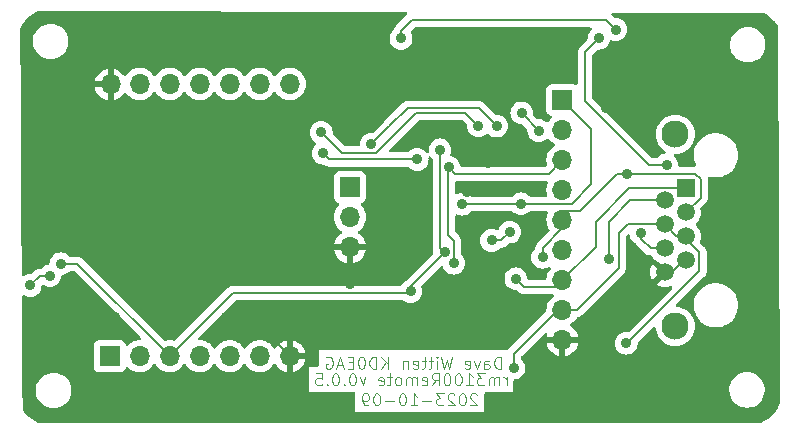
<source format=gbr>
%TF.GenerationSoftware,KiCad,Pcbnew,7.0.8-7.0.8~ubuntu22.04.1*%
%TF.CreationDate,2023-10-19T14:38:34-05:00*%
%TF.ProjectId,rm3100Remote,726d3331-3030-4526-956d-6f74652e6b69,0.0.5*%
%TF.SameCoordinates,Original*%
%TF.FileFunction,Copper,L2,Bot*%
%TF.FilePolarity,Positive*%
%FSLAX46Y46*%
G04 Gerber Fmt 4.6, Leading zero omitted, Abs format (unit mm)*
G04 Created by KiCad (PCBNEW 7.0.8-7.0.8~ubuntu22.04.1) date 2023-10-19 14:38:34*
%MOMM*%
%LPD*%
G01*
G04 APERTURE LIST*
%ADD10C,0.125000*%
%TA.AperFunction,NonConductor*%
%ADD11C,0.125000*%
%TD*%
%TA.AperFunction,ComponentPad*%
%ADD12R,1.700000X1.700000*%
%TD*%
%TA.AperFunction,ComponentPad*%
%ADD13O,1.700000X1.700000*%
%TD*%
%TA.AperFunction,ComponentPad*%
%ADD14R,1.500000X1.500000*%
%TD*%
%TA.AperFunction,ComponentPad*%
%ADD15C,1.500000*%
%TD*%
%TA.AperFunction,ComponentPad*%
%ADD16C,2.300000*%
%TD*%
%TA.AperFunction,ViaPad*%
%ADD17C,0.900000*%
%TD*%
%TA.AperFunction,Conductor*%
%ADD18C,0.200000*%
%TD*%
G04 APERTURE END LIST*
D10*
D11*
X-54047372Y42913481D02*
X-54047372Y43580148D01*
X-54047372Y43389672D02*
X-54094991Y43484910D01*
X-54094991Y43484910D02*
X-54142610Y43532529D01*
X-54142610Y43532529D02*
X-54237848Y43580148D01*
X-54237848Y43580148D02*
X-54333086Y43580148D01*
X-54666420Y42913481D02*
X-54666420Y43580148D01*
X-54666420Y43484910D02*
X-54714039Y43532529D01*
X-54714039Y43532529D02*
X-54809277Y43580148D01*
X-54809277Y43580148D02*
X-54952134Y43580148D01*
X-54952134Y43580148D02*
X-55047372Y43532529D01*
X-55047372Y43532529D02*
X-55094991Y43437291D01*
X-55094991Y43437291D02*
X-55094991Y42913481D01*
X-55094991Y43437291D02*
X-55142610Y43532529D01*
X-55142610Y43532529D02*
X-55237848Y43580148D01*
X-55237848Y43580148D02*
X-55380705Y43580148D01*
X-55380705Y43580148D02*
X-55475944Y43532529D01*
X-55475944Y43532529D02*
X-55523563Y43437291D01*
X-55523563Y43437291D02*
X-55523563Y42913481D01*
X-55904515Y43913481D02*
X-56523562Y43913481D01*
X-56523562Y43913481D02*
X-56190229Y43532529D01*
X-56190229Y43532529D02*
X-56333086Y43532529D01*
X-56333086Y43532529D02*
X-56428324Y43484910D01*
X-56428324Y43484910D02*
X-56475943Y43437291D01*
X-56475943Y43437291D02*
X-56523562Y43342053D01*
X-56523562Y43342053D02*
X-56523562Y43103958D01*
X-56523562Y43103958D02*
X-56475943Y43008720D01*
X-56475943Y43008720D02*
X-56428324Y42961100D01*
X-56428324Y42961100D02*
X-56333086Y42913481D01*
X-56333086Y42913481D02*
X-56047372Y42913481D01*
X-56047372Y42913481D02*
X-55952134Y42961100D01*
X-55952134Y42961100D02*
X-55904515Y43008720D01*
X-57475943Y42913481D02*
X-56904515Y42913481D01*
X-57190229Y42913481D02*
X-57190229Y43913481D01*
X-57190229Y43913481D02*
X-57094991Y43770624D01*
X-57094991Y43770624D02*
X-56999753Y43675386D01*
X-56999753Y43675386D02*
X-56904515Y43627767D01*
X-58094991Y43913481D02*
X-58190229Y43913481D01*
X-58190229Y43913481D02*
X-58285467Y43865862D01*
X-58285467Y43865862D02*
X-58333086Y43818243D01*
X-58333086Y43818243D02*
X-58380705Y43723005D01*
X-58380705Y43723005D02*
X-58428324Y43532529D01*
X-58428324Y43532529D02*
X-58428324Y43294434D01*
X-58428324Y43294434D02*
X-58380705Y43103958D01*
X-58380705Y43103958D02*
X-58333086Y43008720D01*
X-58333086Y43008720D02*
X-58285467Y42961100D01*
X-58285467Y42961100D02*
X-58190229Y42913481D01*
X-58190229Y42913481D02*
X-58094991Y42913481D01*
X-58094991Y42913481D02*
X-57999753Y42961100D01*
X-57999753Y42961100D02*
X-57952134Y43008720D01*
X-57952134Y43008720D02*
X-57904515Y43103958D01*
X-57904515Y43103958D02*
X-57856896Y43294434D01*
X-57856896Y43294434D02*
X-57856896Y43532529D01*
X-57856896Y43532529D02*
X-57904515Y43723005D01*
X-57904515Y43723005D02*
X-57952134Y43818243D01*
X-57952134Y43818243D02*
X-57999753Y43865862D01*
X-57999753Y43865862D02*
X-58094991Y43913481D01*
X-59047372Y43913481D02*
X-59142610Y43913481D01*
X-59142610Y43913481D02*
X-59237848Y43865862D01*
X-59237848Y43865862D02*
X-59285467Y43818243D01*
X-59285467Y43818243D02*
X-59333086Y43723005D01*
X-59333086Y43723005D02*
X-59380705Y43532529D01*
X-59380705Y43532529D02*
X-59380705Y43294434D01*
X-59380705Y43294434D02*
X-59333086Y43103958D01*
X-59333086Y43103958D02*
X-59285467Y43008720D01*
X-59285467Y43008720D02*
X-59237848Y42961100D01*
X-59237848Y42961100D02*
X-59142610Y42913481D01*
X-59142610Y42913481D02*
X-59047372Y42913481D01*
X-59047372Y42913481D02*
X-58952134Y42961100D01*
X-58952134Y42961100D02*
X-58904515Y43008720D01*
X-58904515Y43008720D02*
X-58856896Y43103958D01*
X-58856896Y43103958D02*
X-58809277Y43294434D01*
X-58809277Y43294434D02*
X-58809277Y43532529D01*
X-58809277Y43532529D02*
X-58856896Y43723005D01*
X-58856896Y43723005D02*
X-58904515Y43818243D01*
X-58904515Y43818243D02*
X-58952134Y43865862D01*
X-58952134Y43865862D02*
X-59047372Y43913481D01*
X-60380705Y42913481D02*
X-60047372Y43389672D01*
X-59809277Y42913481D02*
X-59809277Y43913481D01*
X-59809277Y43913481D02*
X-60190229Y43913481D01*
X-60190229Y43913481D02*
X-60285467Y43865862D01*
X-60285467Y43865862D02*
X-60333086Y43818243D01*
X-60333086Y43818243D02*
X-60380705Y43723005D01*
X-60380705Y43723005D02*
X-60380705Y43580148D01*
X-60380705Y43580148D02*
X-60333086Y43484910D01*
X-60333086Y43484910D02*
X-60285467Y43437291D01*
X-60285467Y43437291D02*
X-60190229Y43389672D01*
X-60190229Y43389672D02*
X-59809277Y43389672D01*
X-61190229Y42961100D02*
X-61094991Y42913481D01*
X-61094991Y42913481D02*
X-60904515Y42913481D01*
X-60904515Y42913481D02*
X-60809277Y42961100D01*
X-60809277Y42961100D02*
X-60761658Y43056339D01*
X-60761658Y43056339D02*
X-60761658Y43437291D01*
X-60761658Y43437291D02*
X-60809277Y43532529D01*
X-60809277Y43532529D02*
X-60904515Y43580148D01*
X-60904515Y43580148D02*
X-61094991Y43580148D01*
X-61094991Y43580148D02*
X-61190229Y43532529D01*
X-61190229Y43532529D02*
X-61237848Y43437291D01*
X-61237848Y43437291D02*
X-61237848Y43342053D01*
X-61237848Y43342053D02*
X-60761658Y43246815D01*
X-61666420Y42913481D02*
X-61666420Y43580148D01*
X-61666420Y43484910D02*
X-61714039Y43532529D01*
X-61714039Y43532529D02*
X-61809277Y43580148D01*
X-61809277Y43580148D02*
X-61952134Y43580148D01*
X-61952134Y43580148D02*
X-62047372Y43532529D01*
X-62047372Y43532529D02*
X-62094991Y43437291D01*
X-62094991Y43437291D02*
X-62094991Y42913481D01*
X-62094991Y43437291D02*
X-62142610Y43532529D01*
X-62142610Y43532529D02*
X-62237848Y43580148D01*
X-62237848Y43580148D02*
X-62380705Y43580148D01*
X-62380705Y43580148D02*
X-62475944Y43532529D01*
X-62475944Y43532529D02*
X-62523563Y43437291D01*
X-62523563Y43437291D02*
X-62523563Y42913481D01*
X-63142610Y42913481D02*
X-63047372Y42961100D01*
X-63047372Y42961100D02*
X-62999753Y43008720D01*
X-62999753Y43008720D02*
X-62952134Y43103958D01*
X-62952134Y43103958D02*
X-62952134Y43389672D01*
X-62952134Y43389672D02*
X-62999753Y43484910D01*
X-62999753Y43484910D02*
X-63047372Y43532529D01*
X-63047372Y43532529D02*
X-63142610Y43580148D01*
X-63142610Y43580148D02*
X-63285467Y43580148D01*
X-63285467Y43580148D02*
X-63380705Y43532529D01*
X-63380705Y43532529D02*
X-63428324Y43484910D01*
X-63428324Y43484910D02*
X-63475943Y43389672D01*
X-63475943Y43389672D02*
X-63475943Y43103958D01*
X-63475943Y43103958D02*
X-63428324Y43008720D01*
X-63428324Y43008720D02*
X-63380705Y42961100D01*
X-63380705Y42961100D02*
X-63285467Y42913481D01*
X-63285467Y42913481D02*
X-63142610Y42913481D01*
X-63761658Y43580148D02*
X-64142610Y43580148D01*
X-63904515Y43913481D02*
X-63904515Y43056339D01*
X-63904515Y43056339D02*
X-63952134Y42961100D01*
X-63952134Y42961100D02*
X-64047372Y42913481D01*
X-64047372Y42913481D02*
X-64142610Y42913481D01*
X-64856896Y42961100D02*
X-64761658Y42913481D01*
X-64761658Y42913481D02*
X-64571182Y42913481D01*
X-64571182Y42913481D02*
X-64475944Y42961100D01*
X-64475944Y42961100D02*
X-64428325Y43056339D01*
X-64428325Y43056339D02*
X-64428325Y43437291D01*
X-64428325Y43437291D02*
X-64475944Y43532529D01*
X-64475944Y43532529D02*
X-64571182Y43580148D01*
X-64571182Y43580148D02*
X-64761658Y43580148D01*
X-64761658Y43580148D02*
X-64856896Y43532529D01*
X-64856896Y43532529D02*
X-64904515Y43437291D01*
X-64904515Y43437291D02*
X-64904515Y43342053D01*
X-64904515Y43342053D02*
X-64428325Y43246815D01*
X-65999754Y43580148D02*
X-66237849Y42913481D01*
X-66237849Y42913481D02*
X-66475944Y43580148D01*
X-67047373Y43913481D02*
X-67142611Y43913481D01*
X-67142611Y43913481D02*
X-67237849Y43865862D01*
X-67237849Y43865862D02*
X-67285468Y43818243D01*
X-67285468Y43818243D02*
X-67333087Y43723005D01*
X-67333087Y43723005D02*
X-67380706Y43532529D01*
X-67380706Y43532529D02*
X-67380706Y43294434D01*
X-67380706Y43294434D02*
X-67333087Y43103958D01*
X-67333087Y43103958D02*
X-67285468Y43008720D01*
X-67285468Y43008720D02*
X-67237849Y42961100D01*
X-67237849Y42961100D02*
X-67142611Y42913481D01*
X-67142611Y42913481D02*
X-67047373Y42913481D01*
X-67047373Y42913481D02*
X-66952135Y42961100D01*
X-66952135Y42961100D02*
X-66904516Y43008720D01*
X-66904516Y43008720D02*
X-66856897Y43103958D01*
X-66856897Y43103958D02*
X-66809278Y43294434D01*
X-66809278Y43294434D02*
X-66809278Y43532529D01*
X-66809278Y43532529D02*
X-66856897Y43723005D01*
X-66856897Y43723005D02*
X-66904516Y43818243D01*
X-66904516Y43818243D02*
X-66952135Y43865862D01*
X-66952135Y43865862D02*
X-67047373Y43913481D01*
X-67809278Y43008720D02*
X-67856897Y42961100D01*
X-67856897Y42961100D02*
X-67809278Y42913481D01*
X-67809278Y42913481D02*
X-67761659Y42961100D01*
X-67761659Y42961100D02*
X-67809278Y43008720D01*
X-67809278Y43008720D02*
X-67809278Y42913481D01*
X-68475944Y43913481D02*
X-68571182Y43913481D01*
X-68571182Y43913481D02*
X-68666420Y43865862D01*
X-68666420Y43865862D02*
X-68714039Y43818243D01*
X-68714039Y43818243D02*
X-68761658Y43723005D01*
X-68761658Y43723005D02*
X-68809277Y43532529D01*
X-68809277Y43532529D02*
X-68809277Y43294434D01*
X-68809277Y43294434D02*
X-68761658Y43103958D01*
X-68761658Y43103958D02*
X-68714039Y43008720D01*
X-68714039Y43008720D02*
X-68666420Y42961100D01*
X-68666420Y42961100D02*
X-68571182Y42913481D01*
X-68571182Y42913481D02*
X-68475944Y42913481D01*
X-68475944Y42913481D02*
X-68380706Y42961100D01*
X-68380706Y42961100D02*
X-68333087Y43008720D01*
X-68333087Y43008720D02*
X-68285468Y43103958D01*
X-68285468Y43103958D02*
X-68237849Y43294434D01*
X-68237849Y43294434D02*
X-68237849Y43532529D01*
X-68237849Y43532529D02*
X-68285468Y43723005D01*
X-68285468Y43723005D02*
X-68333087Y43818243D01*
X-68333087Y43818243D02*
X-68380706Y43865862D01*
X-68380706Y43865862D02*
X-68475944Y43913481D01*
X-69237849Y43008720D02*
X-69285468Y42961100D01*
X-69285468Y42961100D02*
X-69237849Y42913481D01*
X-69237849Y42913481D02*
X-69190230Y42961100D01*
X-69190230Y42961100D02*
X-69237849Y43008720D01*
X-69237849Y43008720D02*
X-69237849Y42913481D01*
X-70190229Y43913481D02*
X-69714039Y43913481D01*
X-69714039Y43913481D02*
X-69666420Y43437291D01*
X-69666420Y43437291D02*
X-69714039Y43484910D01*
X-69714039Y43484910D02*
X-69809277Y43532529D01*
X-69809277Y43532529D02*
X-70047372Y43532529D01*
X-70047372Y43532529D02*
X-70142610Y43484910D01*
X-70142610Y43484910D02*
X-70190229Y43437291D01*
X-70190229Y43437291D02*
X-70237848Y43342053D01*
X-70237848Y43342053D02*
X-70237848Y43103958D01*
X-70237848Y43103958D02*
X-70190229Y43008720D01*
X-70190229Y43008720D02*
X-70142610Y42961100D01*
X-70142610Y42961100D02*
X-70047372Y42913481D01*
X-70047372Y42913481D02*
X-69809277Y42913481D01*
X-69809277Y42913481D02*
X-69714039Y42961100D01*
X-69714039Y42961100D02*
X-69666420Y43008720D01*
D10*
D11*
X-56561658Y42118243D02*
X-56609277Y42165862D01*
X-56609277Y42165862D02*
X-56704515Y42213481D01*
X-56704515Y42213481D02*
X-56942610Y42213481D01*
X-56942610Y42213481D02*
X-57037848Y42165862D01*
X-57037848Y42165862D02*
X-57085467Y42118243D01*
X-57085467Y42118243D02*
X-57133086Y42023005D01*
X-57133086Y42023005D02*
X-57133086Y41927767D01*
X-57133086Y41927767D02*
X-57085467Y41784910D01*
X-57085467Y41784910D02*
X-56514039Y41213481D01*
X-56514039Y41213481D02*
X-57133086Y41213481D01*
X-57752134Y42213481D02*
X-57847372Y42213481D01*
X-57847372Y42213481D02*
X-57942610Y42165862D01*
X-57942610Y42165862D02*
X-57990229Y42118243D01*
X-57990229Y42118243D02*
X-58037848Y42023005D01*
X-58037848Y42023005D02*
X-58085467Y41832529D01*
X-58085467Y41832529D02*
X-58085467Y41594434D01*
X-58085467Y41594434D02*
X-58037848Y41403958D01*
X-58037848Y41403958D02*
X-57990229Y41308720D01*
X-57990229Y41308720D02*
X-57942610Y41261100D01*
X-57942610Y41261100D02*
X-57847372Y41213481D01*
X-57847372Y41213481D02*
X-57752134Y41213481D01*
X-57752134Y41213481D02*
X-57656896Y41261100D01*
X-57656896Y41261100D02*
X-57609277Y41308720D01*
X-57609277Y41308720D02*
X-57561658Y41403958D01*
X-57561658Y41403958D02*
X-57514039Y41594434D01*
X-57514039Y41594434D02*
X-57514039Y41832529D01*
X-57514039Y41832529D02*
X-57561658Y42023005D01*
X-57561658Y42023005D02*
X-57609277Y42118243D01*
X-57609277Y42118243D02*
X-57656896Y42165862D01*
X-57656896Y42165862D02*
X-57752134Y42213481D01*
X-58466420Y42118243D02*
X-58514039Y42165862D01*
X-58514039Y42165862D02*
X-58609277Y42213481D01*
X-58609277Y42213481D02*
X-58847372Y42213481D01*
X-58847372Y42213481D02*
X-58942610Y42165862D01*
X-58942610Y42165862D02*
X-58990229Y42118243D01*
X-58990229Y42118243D02*
X-59037848Y42023005D01*
X-59037848Y42023005D02*
X-59037848Y41927767D01*
X-59037848Y41927767D02*
X-58990229Y41784910D01*
X-58990229Y41784910D02*
X-58418801Y41213481D01*
X-58418801Y41213481D02*
X-59037848Y41213481D01*
X-59371182Y42213481D02*
X-59990229Y42213481D01*
X-59990229Y42213481D02*
X-59656896Y41832529D01*
X-59656896Y41832529D02*
X-59799753Y41832529D01*
X-59799753Y41832529D02*
X-59894991Y41784910D01*
X-59894991Y41784910D02*
X-59942610Y41737291D01*
X-59942610Y41737291D02*
X-59990229Y41642053D01*
X-59990229Y41642053D02*
X-59990229Y41403958D01*
X-59990229Y41403958D02*
X-59942610Y41308720D01*
X-59942610Y41308720D02*
X-59894991Y41261100D01*
X-59894991Y41261100D02*
X-59799753Y41213481D01*
X-59799753Y41213481D02*
X-59514039Y41213481D01*
X-59514039Y41213481D02*
X-59418801Y41261100D01*
X-59418801Y41261100D02*
X-59371182Y41308720D01*
X-60418801Y41594434D02*
X-61180705Y41594434D01*
X-62180705Y41213481D02*
X-61609277Y41213481D01*
X-61894991Y41213481D02*
X-61894991Y42213481D01*
X-61894991Y42213481D02*
X-61799753Y42070624D01*
X-61799753Y42070624D02*
X-61704515Y41975386D01*
X-61704515Y41975386D02*
X-61609277Y41927767D01*
X-62799753Y42213481D02*
X-62894991Y42213481D01*
X-62894991Y42213481D02*
X-62990229Y42165862D01*
X-62990229Y42165862D02*
X-63037848Y42118243D01*
X-63037848Y42118243D02*
X-63085467Y42023005D01*
X-63085467Y42023005D02*
X-63133086Y41832529D01*
X-63133086Y41832529D02*
X-63133086Y41594434D01*
X-63133086Y41594434D02*
X-63085467Y41403958D01*
X-63085467Y41403958D02*
X-63037848Y41308720D01*
X-63037848Y41308720D02*
X-62990229Y41261100D01*
X-62990229Y41261100D02*
X-62894991Y41213481D01*
X-62894991Y41213481D02*
X-62799753Y41213481D01*
X-62799753Y41213481D02*
X-62704515Y41261100D01*
X-62704515Y41261100D02*
X-62656896Y41308720D01*
X-62656896Y41308720D02*
X-62609277Y41403958D01*
X-62609277Y41403958D02*
X-62561658Y41594434D01*
X-62561658Y41594434D02*
X-62561658Y41832529D01*
X-62561658Y41832529D02*
X-62609277Y42023005D01*
X-62609277Y42023005D02*
X-62656896Y42118243D01*
X-62656896Y42118243D02*
X-62704515Y42165862D01*
X-62704515Y42165862D02*
X-62799753Y42213481D01*
X-63561658Y41594434D02*
X-64323562Y41594434D01*
X-64990229Y42213481D02*
X-65085467Y42213481D01*
X-65085467Y42213481D02*
X-65180705Y42165862D01*
X-65180705Y42165862D02*
X-65228324Y42118243D01*
X-65228324Y42118243D02*
X-65275943Y42023005D01*
X-65275943Y42023005D02*
X-65323562Y41832529D01*
X-65323562Y41832529D02*
X-65323562Y41594434D01*
X-65323562Y41594434D02*
X-65275943Y41403958D01*
X-65275943Y41403958D02*
X-65228324Y41308720D01*
X-65228324Y41308720D02*
X-65180705Y41261100D01*
X-65180705Y41261100D02*
X-65085467Y41213481D01*
X-65085467Y41213481D02*
X-64990229Y41213481D01*
X-64990229Y41213481D02*
X-64894991Y41261100D01*
X-64894991Y41261100D02*
X-64847372Y41308720D01*
X-64847372Y41308720D02*
X-64799753Y41403958D01*
X-64799753Y41403958D02*
X-64752134Y41594434D01*
X-64752134Y41594434D02*
X-64752134Y41832529D01*
X-64752134Y41832529D02*
X-64799753Y42023005D01*
X-64799753Y42023005D02*
X-64847372Y42118243D01*
X-64847372Y42118243D02*
X-64894991Y42165862D01*
X-64894991Y42165862D02*
X-64990229Y42213481D01*
X-65799753Y41213481D02*
X-65990229Y41213481D01*
X-65990229Y41213481D02*
X-66085467Y41261100D01*
X-66085467Y41261100D02*
X-66133086Y41308720D01*
X-66133086Y41308720D02*
X-66228324Y41451577D01*
X-66228324Y41451577D02*
X-66275943Y41642053D01*
X-66275943Y41642053D02*
X-66275943Y42023005D01*
X-66275943Y42023005D02*
X-66228324Y42118243D01*
X-66228324Y42118243D02*
X-66180705Y42165862D01*
X-66180705Y42165862D02*
X-66085467Y42213481D01*
X-66085467Y42213481D02*
X-65894991Y42213481D01*
X-65894991Y42213481D02*
X-65799753Y42165862D01*
X-65799753Y42165862D02*
X-65752134Y42118243D01*
X-65752134Y42118243D02*
X-65704515Y42023005D01*
X-65704515Y42023005D02*
X-65704515Y41784910D01*
X-65704515Y41784910D02*
X-65752134Y41689672D01*
X-65752134Y41689672D02*
X-65799753Y41642053D01*
X-65799753Y41642053D02*
X-65894991Y41594434D01*
X-65894991Y41594434D02*
X-66085467Y41594434D01*
X-66085467Y41594434D02*
X-66180705Y41642053D01*
X-66180705Y41642053D02*
X-66228324Y41689672D01*
X-66228324Y41689672D02*
X-66275943Y41784910D01*
D10*
D11*
X-54514038Y44313481D02*
X-54514038Y45313481D01*
X-54514038Y45313481D02*
X-54752133Y45313481D01*
X-54752133Y45313481D02*
X-54894990Y45265862D01*
X-54894990Y45265862D02*
X-54990228Y45170624D01*
X-54990228Y45170624D02*
X-55037847Y45075386D01*
X-55037847Y45075386D02*
X-55085466Y44884910D01*
X-55085466Y44884910D02*
X-55085466Y44742053D01*
X-55085466Y44742053D02*
X-55037847Y44551577D01*
X-55037847Y44551577D02*
X-54990228Y44456339D01*
X-54990228Y44456339D02*
X-54894990Y44361100D01*
X-54894990Y44361100D02*
X-54752133Y44313481D01*
X-54752133Y44313481D02*
X-54514038Y44313481D01*
X-55942609Y44313481D02*
X-55942609Y44837291D01*
X-55942609Y44837291D02*
X-55894990Y44932529D01*
X-55894990Y44932529D02*
X-55799752Y44980148D01*
X-55799752Y44980148D02*
X-55609276Y44980148D01*
X-55609276Y44980148D02*
X-55514038Y44932529D01*
X-55942609Y44361100D02*
X-55847371Y44313481D01*
X-55847371Y44313481D02*
X-55609276Y44313481D01*
X-55609276Y44313481D02*
X-55514038Y44361100D01*
X-55514038Y44361100D02*
X-55466419Y44456339D01*
X-55466419Y44456339D02*
X-55466419Y44551577D01*
X-55466419Y44551577D02*
X-55514038Y44646815D01*
X-55514038Y44646815D02*
X-55609276Y44694434D01*
X-55609276Y44694434D02*
X-55847371Y44694434D01*
X-55847371Y44694434D02*
X-55942609Y44742053D01*
X-56323562Y44980148D02*
X-56561657Y44313481D01*
X-56561657Y44313481D02*
X-56799752Y44980148D01*
X-57561657Y44361100D02*
X-57466419Y44313481D01*
X-57466419Y44313481D02*
X-57275943Y44313481D01*
X-57275943Y44313481D02*
X-57180705Y44361100D01*
X-57180705Y44361100D02*
X-57133086Y44456339D01*
X-57133086Y44456339D02*
X-57133086Y44837291D01*
X-57133086Y44837291D02*
X-57180705Y44932529D01*
X-57180705Y44932529D02*
X-57275943Y44980148D01*
X-57275943Y44980148D02*
X-57466419Y44980148D01*
X-57466419Y44980148D02*
X-57561657Y44932529D01*
X-57561657Y44932529D02*
X-57609276Y44837291D01*
X-57609276Y44837291D02*
X-57609276Y44742053D01*
X-57609276Y44742053D02*
X-57133086Y44646815D01*
X-58704515Y45313481D02*
X-58942610Y44313481D01*
X-58942610Y44313481D02*
X-59133086Y45027767D01*
X-59133086Y45027767D02*
X-59323562Y44313481D01*
X-59323562Y44313481D02*
X-59561657Y45313481D01*
X-59942610Y44313481D02*
X-59942610Y44980148D01*
X-59942610Y45313481D02*
X-59894991Y45265862D01*
X-59894991Y45265862D02*
X-59942610Y45218243D01*
X-59942610Y45218243D02*
X-59990229Y45265862D01*
X-59990229Y45265862D02*
X-59942610Y45313481D01*
X-59942610Y45313481D02*
X-59942610Y45218243D01*
X-60275943Y44980148D02*
X-60656895Y44980148D01*
X-60418800Y45313481D02*
X-60418800Y44456339D01*
X-60418800Y44456339D02*
X-60466419Y44361100D01*
X-60466419Y44361100D02*
X-60561657Y44313481D01*
X-60561657Y44313481D02*
X-60656895Y44313481D01*
X-60847372Y44980148D02*
X-61228324Y44980148D01*
X-60990229Y45313481D02*
X-60990229Y44456339D01*
X-60990229Y44456339D02*
X-61037848Y44361100D01*
X-61037848Y44361100D02*
X-61133086Y44313481D01*
X-61133086Y44313481D02*
X-61228324Y44313481D01*
X-61942610Y44361100D02*
X-61847372Y44313481D01*
X-61847372Y44313481D02*
X-61656896Y44313481D01*
X-61656896Y44313481D02*
X-61561658Y44361100D01*
X-61561658Y44361100D02*
X-61514039Y44456339D01*
X-61514039Y44456339D02*
X-61514039Y44837291D01*
X-61514039Y44837291D02*
X-61561658Y44932529D01*
X-61561658Y44932529D02*
X-61656896Y44980148D01*
X-61656896Y44980148D02*
X-61847372Y44980148D01*
X-61847372Y44980148D02*
X-61942610Y44932529D01*
X-61942610Y44932529D02*
X-61990229Y44837291D01*
X-61990229Y44837291D02*
X-61990229Y44742053D01*
X-61990229Y44742053D02*
X-61514039Y44646815D01*
X-62418801Y44980148D02*
X-62418801Y44313481D01*
X-62418801Y44884910D02*
X-62466420Y44932529D01*
X-62466420Y44932529D02*
X-62561658Y44980148D01*
X-62561658Y44980148D02*
X-62704515Y44980148D01*
X-62704515Y44980148D02*
X-62799753Y44932529D01*
X-62799753Y44932529D02*
X-62847372Y44837291D01*
X-62847372Y44837291D02*
X-62847372Y44313481D01*
X-64085468Y44313481D02*
X-64085468Y45313481D01*
X-64656896Y44313481D02*
X-64228325Y44884910D01*
X-64656896Y45313481D02*
X-64085468Y44742053D01*
X-65085468Y44313481D02*
X-65085468Y45313481D01*
X-65085468Y45313481D02*
X-65323563Y45313481D01*
X-65323563Y45313481D02*
X-65466420Y45265862D01*
X-65466420Y45265862D02*
X-65561658Y45170624D01*
X-65561658Y45170624D02*
X-65609277Y45075386D01*
X-65609277Y45075386D02*
X-65656896Y44884910D01*
X-65656896Y44884910D02*
X-65656896Y44742053D01*
X-65656896Y44742053D02*
X-65609277Y44551577D01*
X-65609277Y44551577D02*
X-65561658Y44456339D01*
X-65561658Y44456339D02*
X-65466420Y44361100D01*
X-65466420Y44361100D02*
X-65323563Y44313481D01*
X-65323563Y44313481D02*
X-65085468Y44313481D01*
X-66275944Y45313481D02*
X-66371182Y45313481D01*
X-66371182Y45313481D02*
X-66466420Y45265862D01*
X-66466420Y45265862D02*
X-66514039Y45218243D01*
X-66514039Y45218243D02*
X-66561658Y45123005D01*
X-66561658Y45123005D02*
X-66609277Y44932529D01*
X-66609277Y44932529D02*
X-66609277Y44694434D01*
X-66609277Y44694434D02*
X-66561658Y44503958D01*
X-66561658Y44503958D02*
X-66514039Y44408720D01*
X-66514039Y44408720D02*
X-66466420Y44361100D01*
X-66466420Y44361100D02*
X-66371182Y44313481D01*
X-66371182Y44313481D02*
X-66275944Y44313481D01*
X-66275944Y44313481D02*
X-66180706Y44361100D01*
X-66180706Y44361100D02*
X-66133087Y44408720D01*
X-66133087Y44408720D02*
X-66085468Y44503958D01*
X-66085468Y44503958D02*
X-66037849Y44694434D01*
X-66037849Y44694434D02*
X-66037849Y44932529D01*
X-66037849Y44932529D02*
X-66085468Y45123005D01*
X-66085468Y45123005D02*
X-66133087Y45218243D01*
X-66133087Y45218243D02*
X-66180706Y45265862D01*
X-66180706Y45265862D02*
X-66275944Y45313481D01*
X-67037849Y44837291D02*
X-67371182Y44837291D01*
X-67514039Y44313481D02*
X-67037849Y44313481D01*
X-67037849Y44313481D02*
X-67037849Y45313481D01*
X-67037849Y45313481D02*
X-67514039Y45313481D01*
X-67894992Y44599196D02*
X-68371182Y44599196D01*
X-67799754Y44313481D02*
X-68133087Y45313481D01*
X-68133087Y45313481D02*
X-68466420Y44313481D01*
X-69323563Y45265862D02*
X-69228325Y45313481D01*
X-69228325Y45313481D02*
X-69085468Y45313481D01*
X-69085468Y45313481D02*
X-68942611Y45265862D01*
X-68942611Y45265862D02*
X-68847373Y45170624D01*
X-68847373Y45170624D02*
X-68799754Y45075386D01*
X-68799754Y45075386D02*
X-68752135Y44884910D01*
X-68752135Y44884910D02*
X-68752135Y44742053D01*
X-68752135Y44742053D02*
X-68799754Y44551577D01*
X-68799754Y44551577D02*
X-68847373Y44456339D01*
X-68847373Y44456339D02*
X-68942611Y44361100D01*
X-68942611Y44361100D02*
X-69085468Y44313481D01*
X-69085468Y44313481D02*
X-69180706Y44313481D01*
X-69180706Y44313481D02*
X-69323563Y44361100D01*
X-69323563Y44361100D02*
X-69371182Y44408720D01*
X-69371182Y44408720D02*
X-69371182Y44742053D01*
X-69371182Y44742053D02*
X-69180706Y44742053D01*
D12*
%TO.P,J3,1,Pin_1*%
%TO.N,unconnected-(J3-Pin_1-Pad1)*%
X-67310000Y59690000D03*
D13*
%TO.P,J3,2,Pin_2*%
%TO.N,Net-(J3-Pin_2)*%
X-67310000Y57150000D03*
%TO.P,J3,3,Pin_3*%
%TO.N,GND*%
X-67310000Y54610000D03*
%TD*%
D14*
%TO.P,J1,1*%
%TO.N,DSCL+*%
X-38865200Y59588400D03*
D15*
%TO.P,J1,2*%
%TO.N,DSCL-*%
X-40645200Y58572400D03*
%TO.P,J1,3*%
%TO.N,DSDA+*%
X-38865200Y57556400D03*
%TO.P,J1,4*%
%TO.N,VDDB*%
X-40645200Y56540400D03*
%TO.P,J1,5*%
X-38865200Y55524400D03*
%TO.P,J1,6*%
%TO.N,DSDA-*%
X-40645200Y54508400D03*
%TO.P,J1,7*%
%TO.N,GND*%
X-38865200Y53492400D03*
%TO.P,J1,8*%
X-40645200Y52476400D03*
D16*
%TO.P,J1,SH*%
%TO.N,Net-(JP10-A)*%
X-39755200Y64158400D03*
X-39755200Y47898400D03*
%TD*%
D12*
%TO.P,U3,1,SCL/SCK*%
%TO.N,SCL*%
X-87658800Y45373200D03*
D13*
%TO.P,U3,2,SA1/S0*%
%TO.N,Net-(JP5-A)*%
X-85118800Y45373200D03*
%TO.P,U3,3,SDA/SI*%
%TO.N,SDA*%
X-82578800Y45373200D03*
%TO.P,U3,4,SA0/SSN*%
%TO.N,Net-(JP4-A)*%
X-80038800Y45373200D03*
%TO.P,U3,5,DRDY*%
%TO.N,unconnected-(U3-DRDY-Pad5)*%
X-77498800Y45373200D03*
%TO.P,U3,6,NC*%
%TO.N,unconnected-(U3-NC-Pad6)*%
X-74958800Y45373200D03*
%TO.P,U3,7,AVSS*%
%TO.N,GND*%
X-72418800Y45373200D03*
%TO.P,U3,8,NC*%
%TO.N,unconnected-(U3-NC-Pad8)*%
X-72418800Y68423200D03*
%TO.P,U3,9,NC*%
%TO.N,unconnected-(U3-NC-Pad9)*%
X-74958800Y68423200D03*
%TO.P,U3,10,I2C_EN*%
%TO.N,VDDA*%
X-77498800Y68423200D03*
%TO.P,U3,11,NC*%
%TO.N,unconnected-(U3-NC-Pad11)*%
X-80038800Y68423200D03*
%TO.P,U3,12,DVDD*%
%TO.N,VDDA*%
X-82578800Y68423200D03*
%TO.P,U3,13,AVDD*%
X-85118800Y68423200D03*
%TO.P,U3,14,DVSS*%
%TO.N,GND*%
X-87579200Y68382000D03*
%TD*%
D12*
%TO.P,J4,1,Pin_1*%
%TO.N,VDDA*%
X-49318800Y67069600D03*
D13*
%TO.P,J4,2,Pin_2*%
%TO.N,SDA*%
X-49318800Y64529600D03*
%TO.P,J4,3,Pin_3*%
%TO.N,SCL*%
X-49318800Y61989600D03*
%TO.P,J4,4,Pin_4*%
%TO.N,DSDA-*%
X-49318800Y59449600D03*
%TO.P,J4,5,Pin_5*%
%TO.N,DSDA+*%
X-49318800Y56909600D03*
%TO.P,J4,6,Pin_6*%
%TO.N,DSCL-*%
X-49318800Y54369600D03*
%TO.P,J4,7,Pin_7*%
%TO.N,DSCL+*%
X-49318800Y51829600D03*
%TO.P,J4,8,Pin_8*%
%TO.N,VDDB*%
X-49318800Y49289600D03*
%TO.P,J4,9,Pin_9*%
%TO.N,GND*%
X-49318800Y46749600D03*
%TD*%
D17*
%TO.N,GND*%
X-38718800Y66769600D03*
X-38818800Y70769600D03*
X-68178800Y69449600D03*
X-62618800Y63269600D03*
X-77825600Y48666400D03*
X-45618800Y66369600D03*
X-67310000Y51448400D03*
X-57418800Y59269600D03*
X-87223600Y48666400D03*
X-92659200Y48717200D03*
X-55618800Y61769600D03*
X-51908800Y70669600D03*
%TO.N,Net-(D1-A)*%
X-55321200Y55168800D03*
X-53797200Y55880000D03*
%TO.N,Net-(U2-VDDB)*%
X-52768800Y65969100D03*
X-51318800Y64470100D03*
%TO.N,DSDA-*%
X-42672627Y55772927D03*
%TO.N,DSCL-*%
X-45418800Y53569600D03*
%TO.N,DSDA+*%
X-50998777Y53749577D03*
X-43864899Y60819600D03*
%TO.N,DSCL+*%
X-53261473Y51926927D03*
X-46228000Y72288400D03*
X-40487600Y61569600D03*
%TO.N,SCL*%
X-58940500Y61369600D03*
X-58518800Y53246400D03*
%TO.N,SDA*%
X-59304351Y54169600D03*
X-59690000Y62839600D03*
X-62179200Y50850800D03*
X-91795598Y53187600D03*
%TO.N,Net-(J3-Pin_2)*%
X-54897132Y64858188D03*
X-65501623Y63304891D03*
%TO.N,VDDB*%
X-62988800Y72274600D03*
X-44818800Y73029600D03*
X-43918800Y46469600D03*
X-53418800Y44369600D03*
%TO.N,VDDA*%
X-94386400Y51358800D03*
X-57805731Y58240430D03*
X-52818800Y58269600D03*
X-92710000Y52171600D03*
%TO.N,Net-(JP2-A)*%
X-69748400Y64312806D03*
X-56438800Y64878647D03*
%TO.N,Net-(JP3-A)*%
X-61620400Y62026800D03*
X-69576360Y62560429D03*
%TD*%
D18*
%TO.N,GND*%
X-77825600Y48666400D02*
X-75712000Y48666400D01*
X-75712000Y48666400D02*
X-72418800Y45373200D01*
X-38818800Y66869600D02*
X-38818800Y70769600D01*
X-87274400Y48717200D02*
X-87223600Y48666400D01*
X-38718800Y66769600D02*
X-38818800Y66869600D01*
X-67310000Y54610000D02*
X-67310000Y51448400D01*
X-92659200Y48717200D02*
X-87274400Y48717200D01*
X-39065200Y53492400D02*
X-40081200Y52476400D01*
X-39118800Y66369600D02*
X-45618800Y66369600D01*
X-38718800Y66769600D02*
X-39118800Y66369600D01*
%TO.N,Net-(D1-A)*%
X-54508400Y55168800D02*
X-55321200Y55168800D01*
X-53797200Y55880000D02*
X-54508400Y55168800D01*
%TO.N,Net-(U2-VDDB)*%
X-52768800Y65969100D02*
X-52768800Y65920100D01*
X-52768800Y65920100D02*
X-51318800Y64470100D01*
%TO.N,DSDA-*%
X-41857600Y54508400D02*
X-40845200Y54508400D01*
X-42672627Y55323427D02*
X-41857600Y54508400D01*
X-42672627Y55772927D02*
X-42672627Y55323427D01*
%TO.N,DSCL-*%
X-43616000Y58572400D02*
X-40845200Y58572400D01*
X-45418800Y53569600D02*
X-45418800Y56769600D01*
X-45418800Y56769600D02*
X-43616000Y58572400D01*
%TO.N,DSDA+*%
X-44685426Y60819600D02*
X-43864899Y60819600D01*
X-37618800Y60369600D02*
X-37618800Y58802800D01*
X-47835426Y57669600D02*
X-44685426Y60819600D01*
X-38068800Y60819600D02*
X-37618800Y60369600D01*
X-49018800Y57669600D02*
X-47835426Y57669600D01*
X-49318800Y57369600D02*
X-49018800Y57669600D01*
X-43864899Y60819600D02*
X-38068800Y60819600D01*
X-50998777Y54506249D02*
X-49318800Y56186226D01*
X-50998777Y53749577D02*
X-50998777Y54506249D01*
X-37618800Y58802800D02*
X-38865200Y57556400D01*
%TO.N,DSCL+*%
X-40487600Y61569600D02*
X-42018800Y61569600D01*
X-46518800Y54629600D02*
X-46518800Y56769103D01*
X-49318800Y51829600D02*
X-46518800Y54629600D01*
X-46518800Y56769103D02*
X-43665503Y59622400D01*
X-49898800Y51249600D02*
X-49318800Y51829600D01*
X-47418800Y71097600D02*
X-46228000Y72288400D01*
X-53261473Y51926927D02*
X-52584146Y51249600D01*
X-52584146Y51249600D02*
X-49898800Y51249600D01*
X-42018800Y61569600D02*
X-47418800Y66969600D01*
X-43665503Y59622400D02*
X-39099200Y59622400D01*
X-47418800Y66969600D02*
X-47418800Y71097600D01*
%TO.N,SCL*%
X-50497368Y60811032D02*
X-49318800Y61989600D01*
X-58998800Y55629600D02*
X-58518800Y55149600D01*
X-58381932Y60811032D02*
X-50497368Y60811032D01*
X-58940500Y61369600D02*
X-58998800Y61311300D01*
X-58518800Y55149600D02*
X-58518800Y53246400D01*
X-58940500Y61369600D02*
X-58381932Y60811032D01*
X-58998800Y61311300D02*
X-58998800Y55629600D01*
%TO.N,SDA*%
X-59304351Y54169600D02*
X-59690000Y54555249D01*
X-90393200Y53187600D02*
X-91795598Y53187600D01*
X-59304351Y54169600D02*
X-62179200Y51294751D01*
X-82578800Y45373200D02*
X-77253600Y50698400D01*
X-82578800Y45373200D02*
X-90393200Y53187600D01*
X-77253600Y50698400D02*
X-62331600Y50698400D01*
X-62179200Y51294751D02*
X-62179200Y50850800D01*
X-59690000Y54555249D02*
X-59690000Y62839600D01*
X-62331600Y50698400D02*
X-62179200Y50850800D01*
%TO.N,Net-(J3-Pin_2)*%
X-62418800Y66369600D02*
X-56408544Y66369600D01*
X-56408544Y66369600D02*
X-54897132Y64858188D01*
X-63967600Y64820800D02*
X-62418800Y66369600D01*
X-63985714Y64820800D02*
X-63967600Y64820800D01*
X-65501623Y63304891D02*
X-63985714Y64820800D01*
%TO.N,VDDB*%
X-40645200Y56540400D02*
X-39663200Y55558400D01*
X-53418800Y44369600D02*
X-53418800Y45590400D01*
X-39663200Y55558400D02*
X-39099200Y55558400D01*
X-45608800Y73819600D02*
X-62078800Y73819600D01*
X-62078800Y73819600D02*
X-62988800Y72909600D01*
X-43818800Y46469600D02*
X-43918800Y46469600D01*
X-44818800Y73029600D02*
X-45608800Y73819600D01*
X-37718800Y52569600D02*
X-43818800Y46469600D01*
X-44518800Y52869600D02*
X-44518800Y55830261D01*
X-53418800Y45590400D02*
X-49719600Y49289600D01*
X-39099200Y55558400D02*
X-37718800Y54178000D01*
X-44518800Y55830261D02*
X-43808661Y56540400D01*
X-62988800Y72909600D02*
X-62988800Y72274600D01*
X-37718800Y54178000D02*
X-37718800Y52569600D01*
X-48098800Y49289600D02*
X-44518800Y52869600D01*
X-49318800Y49289600D02*
X-48098800Y49289600D01*
X-43808661Y56540400D02*
X-40645200Y56540400D01*
%TO.N,VDDA*%
X-92710000Y52171600D02*
X-93573600Y52171600D01*
X-52818800Y58269600D02*
X-57776561Y58269600D01*
X-93573600Y52171600D02*
X-94386400Y51358800D01*
X-48501112Y58269600D02*
X-52818800Y58269600D01*
X-46859956Y64610756D02*
X-46859956Y59910756D01*
X-49318800Y67069600D02*
X-46859956Y64610756D01*
X-57776561Y58269600D02*
X-57805731Y58240430D01*
X-46859956Y59910756D02*
X-48501112Y58269600D01*
%TO.N,Net-(JP2-A)*%
X-61726912Y65969600D02*
X-65141622Y62554890D01*
X-56438800Y64878647D02*
X-57529753Y65969600D01*
X-57529753Y65969600D02*
X-61726912Y65969600D01*
X-67990484Y62554890D02*
X-69748400Y64312806D01*
X-65141622Y62554890D02*
X-67990484Y62554890D01*
%TO.N,Net-(JP3-A)*%
X-61620400Y62026800D02*
X-69042731Y62026800D01*
X-69042731Y62026800D02*
X-69576360Y62560429D01*
%TD*%
%TA.AperFunction,Conductor*%
%TO.N,GND*%
G36*
X-32197915Y74421638D02*
G01*
X-32137264Y74405916D01*
X-32069969Y74368724D01*
X-32063983Y74364962D01*
X-31799999Y74177656D01*
X-31794471Y74173248D01*
X-31553126Y73957568D01*
X-31548127Y73952569D01*
X-31404609Y73791972D01*
X-31332443Y73711219D01*
X-31328037Y73705693D01*
X-31140727Y73441703D01*
X-31136980Y73435740D01*
X-31105001Y73377879D01*
X-31101518Y73371576D01*
X-31085799Y73311398D01*
X-30891433Y41464392D01*
X-30899800Y41418469D01*
X-30945517Y41299369D01*
X-30948201Y41293341D01*
X-31091473Y41012148D01*
X-31094772Y41006433D01*
X-31266658Y40741750D01*
X-31270537Y40736411D01*
X-31469151Y40491143D01*
X-31473566Y40486239D01*
X-31696724Y40263079D01*
X-31701628Y40258663D01*
X-31946894Y40060049D01*
X-31952233Y40056171D01*
X-32216909Y39884287D01*
X-32222624Y39880987D01*
X-32503843Y39737699D01*
X-32509877Y39735015D01*
X-32512239Y39734108D01*
X-32514024Y39733423D01*
X-32559025Y39725074D01*
X-93568846Y39675968D01*
X-93614099Y39684337D01*
X-93719460Y39724781D01*
X-93725477Y39727460D01*
X-93995608Y39865099D01*
X-94001322Y39868399D01*
X-94255585Y40033519D01*
X-94260917Y40037392D01*
X-94496529Y40228187D01*
X-94501419Y40232590D01*
X-94715801Y40446972D01*
X-94720205Y40451861D01*
X-94911017Y40687494D01*
X-94914872Y40692800D01*
X-95006081Y40833250D01*
X-95026404Y40901086D01*
X-95028940Y41310188D01*
X-95035358Y42345265D01*
X-93899300Y42345265D01*
X-93876951Y42211331D01*
X-93858372Y42099991D01*
X-93858370Y42099982D01*
X-93777630Y41864793D01*
X-93777629Y41864791D01*
X-93686333Y41696092D01*
X-93659274Y41646091D01*
X-93545455Y41499856D01*
X-93506533Y41449850D01*
X-93323586Y41281436D01*
X-93115407Y41145427D01*
X-93115408Y41145427D01*
X-93001667Y41095536D01*
X-92887681Y41045537D01*
X-92887680Y41045537D01*
X-92887678Y41045536D01*
X-92733264Y41006433D01*
X-92646621Y40984492D01*
X-92481354Y40970798D01*
X-92460869Y40969100D01*
X-92460867Y40969100D01*
X-92336731Y40969100D01*
X-92317317Y40970709D01*
X-92150979Y40984492D01*
X-91909919Y41045537D01*
X-91682193Y41145427D01*
X-91474015Y41281436D01*
X-91419700Y41331436D01*
X-91291068Y41449850D01*
X-91291067Y41449852D01*
X-91291062Y41449856D01*
X-91138326Y41646091D01*
X-91019972Y41864790D01*
X-90939229Y42099986D01*
X-90898300Y42345265D01*
X-90898300Y42593935D01*
X-90939229Y42839214D01*
X-91019972Y43074410D01*
X-91138326Y43293109D01*
X-91291062Y43489344D01*
X-91291064Y43489346D01*
X-91291068Y43489351D01*
X-91474015Y43657765D01*
X-91682194Y43793774D01*
X-91682193Y43793774D01*
X-91909916Y43893662D01*
X-91909923Y43893665D01*
X-92150972Y43954707D01*
X-92150977Y43954708D01*
X-92150979Y43954708D01*
X-92284170Y43965745D01*
X-92336731Y43970100D01*
X-92336733Y43970100D01*
X-92460867Y43970100D01*
X-92460869Y43970100D01*
X-92522093Y43965027D01*
X-92646621Y43954708D01*
X-92646623Y43954708D01*
X-92646629Y43954707D01*
X-92887678Y43893665D01*
X-92887685Y43893662D01*
X-93115407Y43793774D01*
X-93323586Y43657765D01*
X-93506533Y43489351D01*
X-93659274Y43293110D01*
X-93659275Y43293109D01*
X-93777629Y43074410D01*
X-93777630Y43074408D01*
X-93858370Y42839219D01*
X-93858371Y42839214D01*
X-93899300Y42593935D01*
X-93899300Y42345265D01*
X-95035358Y42345265D01*
X-95085516Y50434661D01*
X-95065937Y50502899D01*
X-95012571Y50549724D01*
X-94942361Y50560263D01*
X-94900125Y50546560D01*
X-94754977Y50468977D01*
X-94574299Y50414168D01*
X-94574295Y50414168D01*
X-94574292Y50414167D01*
X-94386403Y50395662D01*
X-94386400Y50395662D01*
X-94386397Y50395662D01*
X-94198509Y50414167D01*
X-94198508Y50414168D01*
X-94198501Y50414168D01*
X-94017823Y50468977D01*
X-93851309Y50557980D01*
X-93705359Y50677759D01*
X-93585580Y50823709D01*
X-93496577Y50990223D01*
X-93441768Y51170901D01*
X-93431714Y51272989D01*
X-93405133Y51338819D01*
X-93347179Y51379830D01*
X-93276253Y51382998D01*
X-93246925Y51371760D01*
X-93078579Y51281778D01*
X-93078577Y51281777D01*
X-92897899Y51226968D01*
X-92897895Y51226968D01*
X-92897892Y51226967D01*
X-92710003Y51208462D01*
X-92710000Y51208462D01*
X-92709997Y51208462D01*
X-92522109Y51226967D01*
X-92522108Y51226968D01*
X-92522101Y51226968D01*
X-92341423Y51281777D01*
X-92174909Y51370780D01*
X-92028959Y51490559D01*
X-91909180Y51636509D01*
X-91820177Y51803023D01*
X-91765368Y51983701D01*
X-91751263Y52126920D01*
X-91724681Y52192750D01*
X-91666727Y52233761D01*
X-91638223Y52239962D01*
X-91607699Y52242968D01*
X-91427021Y52297777D01*
X-91260507Y52386780D01*
X-91114557Y52506559D01*
X-91092829Y52533035D01*
X-91034152Y52573003D01*
X-90995431Y52579100D01*
X-90697439Y52579100D01*
X-90629318Y52559098D01*
X-90608344Y52542195D01*
X-85012944Y46946795D01*
X-84978918Y46884483D01*
X-84983983Y46813668D01*
X-85026530Y46756832D01*
X-85093050Y46732021D01*
X-85102039Y46731700D01*
X-85231369Y46731700D01*
X-85375829Y46707594D01*
X-85453431Y46694645D01*
X-85453440Y46694643D01*
X-85666372Y46621544D01*
X-85666374Y46621542D01*
X-85864374Y46514390D01*
X-85864376Y46514389D01*
X-86042038Y46376109D01*
X-86103046Y46309837D01*
X-86163899Y46273267D01*
X-86234864Y46275402D01*
X-86293409Y46315564D01*
X-86313801Y46351143D01*
X-86357911Y46469403D01*
X-86357913Y46469408D01*
X-86445539Y46586462D01*
X-86562593Y46674088D01*
X-86562598Y46674090D01*
X-86699596Y46725189D01*
X-86699604Y46725191D01*
X-86760151Y46731700D01*
X-86760162Y46731700D01*
X-88557438Y46731700D01*
X-88557450Y46731700D01*
X-88617997Y46725191D01*
X-88618005Y46725189D01*
X-88755003Y46674090D01*
X-88755008Y46674088D01*
X-88872062Y46586462D01*
X-88959688Y46469408D01*
X-88959690Y46469403D01*
X-89010789Y46332405D01*
X-89010791Y46332397D01*
X-89017300Y46271850D01*
X-89017300Y44474551D01*
X-89010791Y44414004D01*
X-89010789Y44413996D01*
X-88959690Y44276998D01*
X-88959688Y44276993D01*
X-88872062Y44159939D01*
X-88755008Y44072313D01*
X-88755006Y44072312D01*
X-88755004Y44072311D01*
X-88701200Y44052243D01*
X-88618005Y44021212D01*
X-88617997Y44021210D01*
X-88557450Y44014701D01*
X-88557445Y44014701D01*
X-88557438Y44014700D01*
X-88557432Y44014700D01*
X-86760168Y44014700D01*
X-86760162Y44014700D01*
X-86760155Y44014701D01*
X-86760151Y44014701D01*
X-86699604Y44021210D01*
X-86699601Y44021211D01*
X-86699599Y44021211D01*
X-86562596Y44072311D01*
X-86492401Y44124858D01*
X-86445539Y44159939D01*
X-86357914Y44276992D01*
X-86357915Y44276992D01*
X-86357911Y44276996D01*
X-86313801Y44395261D01*
X-86271255Y44452093D01*
X-86204734Y44476904D01*
X-86135360Y44461812D01*
X-86103047Y44436565D01*
X-86082271Y44413996D01*
X-86042038Y44370292D01*
X-86041145Y44369597D01*
X-85864376Y44232011D01*
X-85666374Y44124858D01*
X-85666373Y44124858D01*
X-85666372Y44124857D01*
X-85554573Y44086477D01*
X-85453435Y44051756D01*
X-85231369Y44014700D01*
X-85231365Y44014700D01*
X-85006235Y44014700D01*
X-85006231Y44014700D01*
X-84784165Y44051756D01*
X-84571226Y44124858D01*
X-84373224Y44232011D01*
X-84195560Y44370294D01*
X-84043078Y44535932D01*
X-83954282Y44671846D01*
X-83900280Y44717932D01*
X-83829932Y44727508D01*
X-83765575Y44697531D01*
X-83743320Y44671847D01*
X-83710193Y44621142D01*
X-83654525Y44535935D01*
X-83654521Y44535930D01*
X-83502038Y44370292D01*
X-83501145Y44369597D01*
X-83324376Y44232011D01*
X-83126374Y44124858D01*
X-83126373Y44124858D01*
X-83126372Y44124857D01*
X-83014573Y44086477D01*
X-82913435Y44051756D01*
X-82691369Y44014700D01*
X-82691365Y44014700D01*
X-82466235Y44014700D01*
X-82466231Y44014700D01*
X-82244165Y44051756D01*
X-82031226Y44124858D01*
X-81833224Y44232011D01*
X-81655560Y44370294D01*
X-81503078Y44535932D01*
X-81414282Y44671846D01*
X-81360280Y44717932D01*
X-81289932Y44727508D01*
X-81225575Y44697531D01*
X-81203320Y44671847D01*
X-81170193Y44621142D01*
X-81114525Y44535935D01*
X-81114521Y44535930D01*
X-80962038Y44370292D01*
X-80961145Y44369597D01*
X-80784376Y44232011D01*
X-80586374Y44124858D01*
X-80586373Y44124858D01*
X-80586372Y44124857D01*
X-80474573Y44086477D01*
X-80373435Y44051756D01*
X-80151369Y44014700D01*
X-80151365Y44014700D01*
X-79926235Y44014700D01*
X-79926231Y44014700D01*
X-79704165Y44051756D01*
X-79491226Y44124858D01*
X-79293224Y44232011D01*
X-79115560Y44370294D01*
X-78963078Y44535932D01*
X-78874282Y44671846D01*
X-78820280Y44717932D01*
X-78749932Y44727508D01*
X-78685575Y44697531D01*
X-78663320Y44671847D01*
X-78630193Y44621142D01*
X-78574525Y44535935D01*
X-78574521Y44535930D01*
X-78422038Y44370292D01*
X-78421145Y44369597D01*
X-78244376Y44232011D01*
X-78046374Y44124858D01*
X-78046373Y44124858D01*
X-78046372Y44124857D01*
X-77934573Y44086477D01*
X-77833435Y44051756D01*
X-77611369Y44014700D01*
X-77611365Y44014700D01*
X-77386235Y44014700D01*
X-77386231Y44014700D01*
X-77164165Y44051756D01*
X-76951226Y44124858D01*
X-76753224Y44232011D01*
X-76575560Y44370294D01*
X-76423078Y44535932D01*
X-76334282Y44671846D01*
X-76280280Y44717932D01*
X-76209932Y44727508D01*
X-76145575Y44697531D01*
X-76123320Y44671847D01*
X-76090193Y44621142D01*
X-76034525Y44535935D01*
X-76034521Y44535930D01*
X-75882038Y44370292D01*
X-75881145Y44369597D01*
X-75704376Y44232011D01*
X-75506374Y44124858D01*
X-75506373Y44124858D01*
X-75506372Y44124857D01*
X-75394573Y44086477D01*
X-75293435Y44051756D01*
X-75071369Y44014700D01*
X-75071365Y44014700D01*
X-74846235Y44014700D01*
X-74846231Y44014700D01*
X-74624165Y44051756D01*
X-74411226Y44124858D01*
X-74213224Y44232011D01*
X-74035560Y44370294D01*
X-73883078Y44535932D01*
X-73793984Y44672302D01*
X-73739981Y44718390D01*
X-73669633Y44727965D01*
X-73605276Y44697988D01*
X-73583018Y44672302D01*
X-73494126Y44536242D01*
X-73341703Y44370666D01*
X-73164102Y44232433D01*
X-73164101Y44232432D01*
X-72966172Y44125318D01*
X-72966170Y44125317D01*
X-72753317Y44052245D01*
X-72753308Y44052243D01*
X-72672800Y44038809D01*
X-72672800Y44939526D01*
X-72561115Y44888520D01*
X-72454563Y44873200D01*
X-72383037Y44873200D01*
X-72276485Y44888520D01*
X-72164800Y44939526D01*
X-72164800Y44038810D01*
X-72084293Y44052243D01*
X-72084284Y44052245D01*
X-71871431Y44125317D01*
X-71871429Y44125318D01*
X-71673500Y44232432D01*
X-71673499Y44232433D01*
X-71495898Y44370666D01*
X-71343475Y44536242D01*
X-71220381Y44724652D01*
X-71129980Y44930744D01*
X-71129977Y44930751D01*
X-71082256Y45119200D01*
X-71987684Y45119200D01*
X-71959307Y45163356D01*
X-71918800Y45301311D01*
X-71918800Y45445089D01*
X-71959307Y45583044D01*
X-71987684Y45627200D01*
X-71082256Y45627200D01*
X-71082256Y45627201D01*
X-71129977Y45815650D01*
X-71129980Y45815657D01*
X-71220381Y46021749D01*
X-71343475Y46210159D01*
X-71495898Y46375735D01*
X-71673499Y46513968D01*
X-71673500Y46513969D01*
X-71871429Y46621083D01*
X-71871431Y46621084D01*
X-72084288Y46694157D01*
X-72084299Y46694160D01*
X-72164800Y46707594D01*
X-72164800Y45806875D01*
X-72276485Y45857880D01*
X-72383037Y45873200D01*
X-72454563Y45873200D01*
X-72561115Y45857880D01*
X-72672800Y45806875D01*
X-72672800Y46707593D01*
X-72672801Y46707594D01*
X-72753302Y46694160D01*
X-72753313Y46694157D01*
X-72966170Y46621084D01*
X-72966172Y46621083D01*
X-73164101Y46513969D01*
X-73164102Y46513968D01*
X-73341703Y46375735D01*
X-73494130Y46210155D01*
X-73583020Y46074099D01*
X-73637024Y46028011D01*
X-73707372Y46018436D01*
X-73771729Y46048414D01*
X-73793984Y46074099D01*
X-73832916Y46133689D01*
X-73883076Y46210466D01*
X-73883080Y46210471D01*
X-74012580Y46351143D01*
X-74035560Y46376106D01*
X-74035561Y46376107D01*
X-74035563Y46376109D01*
X-74158708Y46471957D01*
X-74213224Y46514389D01*
X-74411226Y46621542D01*
X-74411228Y46621543D01*
X-74411229Y46621544D01*
X-74624161Y46694643D01*
X-74624170Y46694645D01*
X-74701771Y46707594D01*
X-74846231Y46731700D01*
X-75071369Y46731700D01*
X-75215829Y46707594D01*
X-75293431Y46694645D01*
X-75293440Y46694643D01*
X-75506372Y46621544D01*
X-75506374Y46621542D01*
X-75704374Y46514390D01*
X-75704376Y46514389D01*
X-75882038Y46376109D01*
X-76034521Y46210471D01*
X-76123317Y46074557D01*
X-76177321Y46028469D01*
X-76247669Y46018894D01*
X-76312026Y46048871D01*
X-76334283Y46074557D01*
X-76423080Y46210471D01*
X-76552580Y46351143D01*
X-76575560Y46376106D01*
X-76575561Y46376107D01*
X-76575563Y46376109D01*
X-76698708Y46471957D01*
X-76753224Y46514389D01*
X-76951226Y46621542D01*
X-76951228Y46621543D01*
X-76951229Y46621544D01*
X-77164161Y46694643D01*
X-77164170Y46694645D01*
X-77241771Y46707594D01*
X-77386231Y46731700D01*
X-77611369Y46731700D01*
X-77755829Y46707594D01*
X-77833431Y46694645D01*
X-77833440Y46694643D01*
X-78046372Y46621544D01*
X-78046374Y46621542D01*
X-78244374Y46514390D01*
X-78244376Y46514389D01*
X-78422038Y46376109D01*
X-78574521Y46210471D01*
X-78663317Y46074557D01*
X-78717321Y46028469D01*
X-78787669Y46018894D01*
X-78852026Y46048871D01*
X-78874283Y46074557D01*
X-78963080Y46210471D01*
X-79092580Y46351143D01*
X-79115560Y46376106D01*
X-79115561Y46376107D01*
X-79115563Y46376109D01*
X-79238708Y46471957D01*
X-79293224Y46514389D01*
X-79491226Y46621542D01*
X-79491228Y46621543D01*
X-79491229Y46621544D01*
X-79704161Y46694643D01*
X-79704170Y46694645D01*
X-79781771Y46707594D01*
X-79926231Y46731700D01*
X-80055562Y46731700D01*
X-80123683Y46751702D01*
X-80170176Y46805358D01*
X-80180280Y46875632D01*
X-80150786Y46940212D01*
X-80144657Y46946795D01*
X-78678964Y48412487D01*
X-77038456Y50052995D01*
X-76976144Y50087021D01*
X-76949361Y50089900D01*
X-62808017Y50089900D01*
X-62739896Y50069898D01*
X-62728084Y50061300D01*
X-62714291Y50049980D01*
X-62547777Y49960977D01*
X-62367099Y49906168D01*
X-62367095Y49906168D01*
X-62367092Y49906167D01*
X-62179203Y49887662D01*
X-62179200Y49887662D01*
X-62179197Y49887662D01*
X-61991309Y49906167D01*
X-61991308Y49906168D01*
X-61991301Y49906168D01*
X-61810623Y49960977D01*
X-61644109Y50049980D01*
X-61498159Y50169759D01*
X-61378380Y50315709D01*
X-61289377Y50482223D01*
X-61234568Y50662901D01*
X-61233828Y50670414D01*
X-61216062Y50850797D01*
X-61216062Y50850804D01*
X-61234567Y51038692D01*
X-61234568Y51038695D01*
X-61234568Y51038699D01*
X-61289377Y51219377D01*
X-61289378Y51219379D01*
X-61291174Y51225300D01*
X-61288923Y51225984D01*
X-61295405Y51286157D01*
X-61263640Y51349650D01*
X-61260525Y51352879D01*
X-59633365Y52980039D01*
X-59571055Y53014063D01*
X-59500240Y53008998D01*
X-59443404Y52966451D01*
X-59423698Y52927518D01*
X-59408624Y52877824D01*
X-59408623Y52877822D01*
X-59348018Y52764438D01*
X-59319620Y52711309D01*
X-59199841Y52565359D01*
X-59053891Y52445580D01*
X-58887377Y52356577D01*
X-58706699Y52301768D01*
X-58706695Y52301768D01*
X-58706692Y52301767D01*
X-58518803Y52283262D01*
X-58518800Y52283262D01*
X-58518797Y52283262D01*
X-58330909Y52301767D01*
X-58330908Y52301768D01*
X-58330901Y52301768D01*
X-58150223Y52356577D01*
X-57983709Y52445580D01*
X-57837759Y52565359D01*
X-57717980Y52711309D01*
X-57628977Y52877823D01*
X-57574168Y53058501D01*
X-57573787Y53062367D01*
X-57555662Y53246397D01*
X-57555662Y53246404D01*
X-57574167Y53434292D01*
X-57574168Y53434295D01*
X-57574168Y53434299D01*
X-57628977Y53614977D01*
X-57717980Y53781491D01*
X-57837759Y53927441D01*
X-57849986Y53937476D01*
X-57864235Y53949170D01*
X-57904203Y54007847D01*
X-57910300Y54046568D01*
X-57910300Y55105582D01*
X-57909760Y55113814D01*
X-57905049Y55149600D01*
X-57905049Y55149601D01*
X-57907576Y55168797D01*
X-56284338Y55168797D01*
X-56265834Y54980909D01*
X-56265832Y54980901D01*
X-56211023Y54800222D01*
X-56123929Y54637281D01*
X-56122020Y54633709D01*
X-56002241Y54487759D01*
X-55856291Y54367980D01*
X-55689777Y54278977D01*
X-55509099Y54224168D01*
X-55509095Y54224168D01*
X-55509092Y54224167D01*
X-55321203Y54205662D01*
X-55321200Y54205662D01*
X-55321197Y54205662D01*
X-55133309Y54224167D01*
X-55133308Y54224168D01*
X-55133301Y54224168D01*
X-54952623Y54278977D01*
X-54786109Y54367980D01*
X-54640159Y54487759D01*
X-54621892Y54510018D01*
X-54563217Y54549984D01*
X-54516658Y54554221D01*
X-54516658Y54555050D01*
X-54508402Y54555050D01*
X-54508402Y54555051D01*
X-54508400Y54555050D01*
X-54468520Y54560300D01*
X-54468515Y54560300D01*
X-54390609Y54570557D01*
X-54368943Y54573409D01*
X-54365065Y54573920D01*
X-54349549Y54575962D01*
X-54201524Y54637276D01*
X-54106328Y54710323D01*
X-54106328Y54710324D01*
X-54098109Y54716630D01*
X-54098100Y54716638D01*
X-54074413Y54734813D01*
X-54052435Y54763456D01*
X-54047016Y54769637D01*
X-53932730Y54883923D01*
X-53870420Y54917947D01*
X-53831287Y54920219D01*
X-53797203Y54916862D01*
X-53797200Y54916862D01*
X-53797197Y54916862D01*
X-53609309Y54935367D01*
X-53609308Y54935368D01*
X-53609301Y54935368D01*
X-53428623Y54990177D01*
X-53262109Y55079180D01*
X-53116159Y55198959D01*
X-52996380Y55344909D01*
X-52907377Y55511423D01*
X-52852568Y55692101D01*
X-52851407Y55703891D01*
X-52834062Y55879997D01*
X-52834062Y55880004D01*
X-52852567Y56067892D01*
X-52852568Y56067895D01*
X-52852568Y56067899D01*
X-52907377Y56248577D01*
X-52996380Y56415091D01*
X-53116159Y56561041D01*
X-53262109Y56680820D01*
X-53311807Y56707384D01*
X-53428622Y56769823D01*
X-53609301Y56824632D01*
X-53609309Y56824634D01*
X-53797197Y56843138D01*
X-53797203Y56843138D01*
X-53985092Y56824634D01*
X-53985100Y56824632D01*
X-54165779Y56769823D01*
X-54332292Y56680820D01*
X-54478241Y56561041D01*
X-54598020Y56415092D01*
X-54687023Y56248579D01*
X-54729096Y56109887D01*
X-54768012Y56050506D01*
X-54832854Y56021591D01*
X-54903035Y56032323D01*
X-54909065Y56035341D01*
X-54914886Y56038452D01*
X-54952623Y56058623D01*
X-55133301Y56113432D01*
X-55133309Y56113434D01*
X-55321197Y56131938D01*
X-55321203Y56131938D01*
X-55509092Y56113434D01*
X-55509100Y56113432D01*
X-55689779Y56058623D01*
X-55856292Y55969620D01*
X-56002241Y55849841D01*
X-56122020Y55703892D01*
X-56211023Y55537379D01*
X-56265832Y55356700D01*
X-56265834Y55356692D01*
X-56284338Y55168804D01*
X-56284338Y55168797D01*
X-57907576Y55168797D01*
X-57911547Y55198959D01*
X-57925962Y55308450D01*
X-57965684Y55404349D01*
X-57987275Y55456476D01*
X-58061899Y55553727D01*
X-58061929Y55553764D01*
X-58084813Y55583587D01*
X-58094610Y55591105D01*
X-58113454Y55605565D01*
X-58119647Y55610996D01*
X-58353395Y55844744D01*
X-58387421Y55907056D01*
X-58390300Y55933839D01*
X-58390300Y57255839D01*
X-58370298Y57323960D01*
X-58316642Y57370453D01*
X-58246368Y57380557D01*
X-58204905Y57366962D01*
X-58174308Y57350607D01*
X-57993630Y57295798D01*
X-57993626Y57295798D01*
X-57993623Y57295797D01*
X-57805734Y57277292D01*
X-57805731Y57277292D01*
X-57805728Y57277292D01*
X-57617840Y57295797D01*
X-57617839Y57295798D01*
X-57617832Y57295798D01*
X-57437154Y57350607D01*
X-57270640Y57439610D01*
X-57124690Y57559389D01*
X-57079023Y57615035D01*
X-57020346Y57655003D01*
X-56981624Y57661100D01*
X-53618967Y57661100D01*
X-53550846Y57641098D01*
X-53521570Y57615036D01*
X-53499841Y57588559D01*
X-53499839Y57588558D01*
X-53499839Y57588557D01*
X-53407003Y57512368D01*
X-53353891Y57468780D01*
X-53187377Y57379777D01*
X-53006699Y57324968D01*
X-53006695Y57324968D01*
X-53006692Y57324967D01*
X-52818803Y57306462D01*
X-52818800Y57306462D01*
X-52818797Y57306462D01*
X-52630909Y57324967D01*
X-52630908Y57324968D01*
X-52630901Y57324968D01*
X-52450223Y57379777D01*
X-52283709Y57468780D01*
X-52137759Y57588559D01*
X-52116031Y57615035D01*
X-52057354Y57655003D01*
X-52018633Y57661100D01*
X-50665465Y57661100D01*
X-50597344Y57641098D01*
X-50550851Y57587442D01*
X-50540747Y57517168D01*
X-50550077Y57484487D01*
X-50608097Y57352214D01*
X-50608098Y57352213D01*
X-50663363Y57133976D01*
X-50663364Y57133970D01*
X-50663364Y57133968D01*
X-50681956Y56909600D01*
X-50665200Y56707384D01*
X-50663363Y56685225D01*
X-50608098Y56466988D01*
X-50608097Y56466987D01*
X-50608096Y56466984D01*
X-50540435Y56312732D01*
X-50517659Y56260807D01*
X-50410465Y56096734D01*
X-50389952Y56028766D01*
X-50409441Y55960497D01*
X-50426853Y55938724D01*
X-51397925Y54967651D01*
X-51404126Y54962213D01*
X-51432766Y54940235D01*
X-51458317Y54906938D01*
X-51458337Y54906910D01*
X-51530303Y54813123D01*
X-51582787Y54686412D01*
X-51591615Y54665100D01*
X-51591616Y54665099D01*
X-51607815Y54542048D01*
X-51609039Y54532742D01*
X-51637759Y54467814D01*
X-51654027Y54451785D01*
X-51679814Y54430622D01*
X-51679816Y54430620D01*
X-51799597Y54284669D01*
X-51888600Y54118156D01*
X-51943409Y53937477D01*
X-51943411Y53937469D01*
X-51961915Y53749581D01*
X-51961915Y53749574D01*
X-51943411Y53561686D01*
X-51943409Y53561678D01*
X-51888600Y53380999D01*
X-51816655Y53246400D01*
X-51799597Y53214486D01*
X-51679818Y53068536D01*
X-51533868Y52948757D01*
X-51367354Y52859754D01*
X-51186676Y52804945D01*
X-51186672Y52804945D01*
X-51186669Y52804944D01*
X-50998780Y52786439D01*
X-50998777Y52786439D01*
X-50998774Y52786439D01*
X-50810886Y52804944D01*
X-50810885Y52804945D01*
X-50810878Y52804945D01*
X-50630200Y52859754D01*
X-50472129Y52944245D01*
X-50402625Y52958716D01*
X-50336329Y52933312D01*
X-50294291Y52876099D01*
X-50289858Y52805241D01*
X-50320034Y52747784D01*
X-50394520Y52666872D01*
X-50394525Y52666866D01*
X-50517659Y52478394D01*
X-50608097Y52272214D01*
X-50608098Y52272213D01*
X-50663363Y52053976D01*
X-50663364Y52053970D01*
X-50663364Y52053968D01*
X-50670016Y51973694D01*
X-50695574Y51907459D01*
X-50752886Y51865555D01*
X-50795585Y51858100D01*
X-52177356Y51858100D01*
X-52245477Y51878102D01*
X-52291970Y51931758D01*
X-52302749Y51971750D01*
X-52316840Y52114819D01*
X-52316841Y52114822D01*
X-52316841Y52114826D01*
X-52371650Y52295504D01*
X-52460653Y52462018D01*
X-52580432Y52607968D01*
X-52726382Y52727747D01*
X-52763869Y52747784D01*
X-52892895Y52816750D01*
X-53073574Y52871559D01*
X-53073582Y52871561D01*
X-53261470Y52890065D01*
X-53261476Y52890065D01*
X-53449365Y52871561D01*
X-53449373Y52871559D01*
X-53630052Y52816750D01*
X-53796565Y52727747D01*
X-53942514Y52607968D01*
X-54062293Y52462019D01*
X-54151296Y52295506D01*
X-54206105Y52114827D01*
X-54206107Y52114819D01*
X-54224611Y51926931D01*
X-54224611Y51926924D01*
X-54206107Y51739036D01*
X-54206105Y51739028D01*
X-54151296Y51558349D01*
X-54080128Y51425203D01*
X-54062293Y51391836D01*
X-53942514Y51245886D01*
X-53796564Y51126107D01*
X-53630050Y51037104D01*
X-53449372Y50982295D01*
X-53449368Y50982295D01*
X-53449365Y50982294D01*
X-53261476Y50963789D01*
X-53261473Y50963789D01*
X-53261471Y50963789D01*
X-53238548Y50966047D01*
X-53227389Y50967146D01*
X-53157635Y50953918D01*
X-53125943Y50930848D01*
X-53045541Y50850446D01*
X-53040109Y50844252D01*
X-53018132Y50815612D01*
X-52987941Y50792446D01*
X-52987930Y50792437D01*
X-52986220Y50791125D01*
X-52986218Y50791123D01*
X-52891022Y50718076D01*
X-52742997Y50656762D01*
X-52723603Y50654209D01*
X-52624031Y50641100D01*
X-52624026Y50641100D01*
X-52584146Y50635850D01*
X-52548365Y50640560D01*
X-52540134Y50641100D01*
X-50161194Y50641100D01*
X-50093073Y50621098D01*
X-50046580Y50567442D01*
X-50036476Y50497168D01*
X-50065970Y50432588D01*
X-50083803Y50415669D01*
X-50242035Y50292512D01*
X-50394521Y50126871D01*
X-50394525Y50126866D01*
X-50517659Y49938394D01*
X-50608097Y49732214D01*
X-50608098Y49732213D01*
X-50663363Y49513976D01*
X-50663364Y49513970D01*
X-50663364Y49513968D01*
X-50666781Y49472729D01*
X-50681956Y49289599D01*
X-50678989Y49253784D01*
X-50693299Y49184245D01*
X-50715464Y49154287D01*
X-53817948Y46051802D01*
X-53824149Y46046364D01*
X-53852789Y46024386D01*
X-53878340Y45991089D01*
X-53878360Y45991062D01*
X-53918363Y45938928D01*
X-53975700Y45897060D01*
X-54018326Y45889631D01*
X-69947332Y45889631D01*
X-69947332Y44615631D01*
X-69967334Y44547510D01*
X-70020990Y44501017D01*
X-70073332Y44489631D01*
X-70810527Y44489631D01*
X-70810527Y42337331D01*
X-66974622Y42337331D01*
X-66906501Y42317329D01*
X-66860008Y42263673D01*
X-66848622Y42211331D01*
X-66848622Y40637331D01*
X-55937889Y40637331D01*
X-55937889Y42211331D01*
X-55917887Y42279452D01*
X-55864231Y42325945D01*
X-55811889Y42337331D01*
X-53474693Y42337331D01*
X-53474693Y42395265D01*
X-35179300Y42395265D01*
X-35151148Y42226558D01*
X-35138372Y42149991D01*
X-35138370Y42149982D01*
X-35057630Y41914793D01*
X-35057629Y41914791D01*
X-34939275Y41696092D01*
X-34939274Y41696091D01*
X-34786533Y41499850D01*
X-34603586Y41331436D01*
X-34395407Y41195427D01*
X-34395408Y41195427D01*
X-34281419Y41145427D01*
X-34167681Y41095537D01*
X-34167680Y41095537D01*
X-34167678Y41095536D01*
X-33970233Y41045536D01*
X-33926621Y41034492D01*
X-33761354Y41020798D01*
X-33740869Y41019100D01*
X-33740867Y41019100D01*
X-33616731Y41019100D01*
X-33597317Y41020709D01*
X-33430979Y41034492D01*
X-33189919Y41095537D01*
X-32962193Y41195427D01*
X-32754015Y41331436D01*
X-32625383Y41449850D01*
X-32571068Y41499850D01*
X-32571067Y41499852D01*
X-32571062Y41499856D01*
X-32418326Y41696091D01*
X-32299972Y41914790D01*
X-32219229Y42149986D01*
X-32178300Y42395265D01*
X-32178300Y42643935D01*
X-32219229Y42889214D01*
X-32299972Y43124410D01*
X-32418326Y43343109D01*
X-32571062Y43539344D01*
X-32571064Y43539346D01*
X-32571068Y43539351D01*
X-32754015Y43707765D01*
X-32962194Y43843774D01*
X-32962193Y43843774D01*
X-33189916Y43943662D01*
X-33189923Y43943665D01*
X-33430972Y44004707D01*
X-33430977Y44004708D01*
X-33430979Y44004708D01*
X-33564170Y44015745D01*
X-33616731Y44020100D01*
X-33616733Y44020100D01*
X-33740867Y44020100D01*
X-33740869Y44020100D01*
X-33802093Y44015027D01*
X-33926621Y44004708D01*
X-33926623Y44004708D01*
X-33926629Y44004707D01*
X-34167678Y43943665D01*
X-34167685Y43943662D01*
X-34395407Y43843774D01*
X-34603586Y43707765D01*
X-34786533Y43539351D01*
X-34939274Y43343110D01*
X-34939275Y43343109D01*
X-35057629Y43124410D01*
X-35057630Y43124408D01*
X-35138370Y42889219D01*
X-35138371Y42889214D01*
X-35179300Y42643935D01*
X-35179300Y42395265D01*
X-53474693Y42395265D01*
X-53474693Y43286758D01*
X-53454691Y43354879D01*
X-53401035Y43401372D01*
X-53361045Y43412151D01*
X-53256345Y43422463D01*
X-53230910Y43424967D01*
X-53230910Y43424968D01*
X-53230901Y43424968D01*
X-53050223Y43479777D01*
X-52883709Y43568780D01*
X-52737759Y43688559D01*
X-52617980Y43834509D01*
X-52528977Y44001023D01*
X-52474168Y44181701D01*
X-52469213Y44232012D01*
X-52455662Y44369597D01*
X-52455662Y44369604D01*
X-52474167Y44557492D01*
X-52474168Y44557495D01*
X-52474168Y44557499D01*
X-52528977Y44738177D01*
X-52617980Y44904691D01*
X-52737759Y45050641D01*
X-52764235Y45072370D01*
X-52804203Y45131047D01*
X-52810300Y45169768D01*
X-52810300Y45286162D01*
X-52790298Y45354283D01*
X-52773400Y45375252D01*
X-50808364Y47340289D01*
X-50746054Y47374312D01*
X-50675239Y47369248D01*
X-50618403Y47326701D01*
X-50593592Y47260181D01*
X-50603880Y47200586D01*
X-50607622Y47192056D01*
X-50607624Y47192050D01*
X-50655345Y47003601D01*
X-50655344Y47003600D01*
X-49749916Y47003600D01*
X-49778293Y46959444D01*
X-49818800Y46821489D01*
X-49818800Y46677711D01*
X-49778293Y46539756D01*
X-49749916Y46495600D01*
X-50655345Y46495600D01*
X-50607624Y46307151D01*
X-50607621Y46307144D01*
X-50517220Y46101052D01*
X-50394126Y45912642D01*
X-50241703Y45747066D01*
X-50064102Y45608833D01*
X-50064101Y45608832D01*
X-49866172Y45501718D01*
X-49866170Y45501717D01*
X-49653317Y45428645D01*
X-49653308Y45428643D01*
X-49572800Y45415209D01*
X-49572800Y46315926D01*
X-49461115Y46264920D01*
X-49354563Y46249600D01*
X-49283037Y46249600D01*
X-49176485Y46264920D01*
X-49064800Y46315926D01*
X-49064800Y45415210D01*
X-48984293Y45428643D01*
X-48984284Y45428645D01*
X-48771431Y45501717D01*
X-48771429Y45501718D01*
X-48573500Y45608832D01*
X-48573499Y45608833D01*
X-48395898Y45747066D01*
X-48243475Y45912642D01*
X-48120381Y46101052D01*
X-48029980Y46307144D01*
X-48029977Y46307151D01*
X-47982256Y46495600D01*
X-48887684Y46495600D01*
X-48859307Y46539756D01*
X-48818800Y46677711D01*
X-48818800Y46821489D01*
X-48859307Y46959444D01*
X-48887684Y47003600D01*
X-47982256Y47003600D01*
X-47982256Y47003601D01*
X-48029977Y47192050D01*
X-48029980Y47192057D01*
X-48120381Y47398149D01*
X-48243475Y47586559D01*
X-48395898Y47752135D01*
X-48573499Y47890368D01*
X-48573500Y47890369D01*
X-48607009Y47908503D01*
X-48657399Y47958517D01*
X-48672750Y48027834D01*
X-48648188Y48094447D01*
X-48607010Y48130128D01*
X-48573224Y48148411D01*
X-48395560Y48286694D01*
X-48243078Y48452332D01*
X-48128537Y48627652D01*
X-48074535Y48673738D01*
X-48039507Y48683656D01*
X-47977148Y48691866D01*
X-47959342Y48694209D01*
X-47953803Y48694939D01*
X-47939949Y48696762D01*
X-47791924Y48758076D01*
X-47696728Y48831123D01*
X-47696728Y48831124D01*
X-47688509Y48837430D01*
X-47688500Y48837438D01*
X-47664813Y48855613D01*
X-47642835Y48884256D01*
X-47637416Y48890437D01*
X-44119640Y52408213D01*
X-44113459Y52413634D01*
X-44084813Y52435613D01*
X-44065565Y52460699D01*
X-44065559Y52460705D01*
X-44060324Y52467528D01*
X-44060322Y52467529D01*
X-43987276Y52562724D01*
X-43925962Y52710749D01*
X-43909932Y52832506D01*
X-43905049Y52869599D01*
X-43905049Y52869602D01*
X-43909760Y52905389D01*
X-43910300Y52913620D01*
X-43910300Y55526022D01*
X-43890298Y55594143D01*
X-43873395Y55615117D01*
X-43831299Y55657213D01*
X-43768987Y55691239D01*
X-43698172Y55686174D01*
X-43641336Y55643627D01*
X-43620757Y55590650D01*
X-43618468Y55591105D01*
X-43617259Y55585028D01*
X-43562450Y55404349D01*
X-43511191Y55308451D01*
X-43473447Y55237836D01*
X-43353668Y55091886D01*
X-43207718Y54972107D01*
X-43167855Y54950800D01*
X-43127289Y54916384D01*
X-43106613Y54889439D01*
X-43077976Y54867465D01*
X-43071783Y54862034D01*
X-42318995Y54109246D01*
X-42313563Y54103052D01*
X-42291587Y54074413D01*
X-42259675Y54049926D01*
X-42259672Y54049923D01*
X-42164476Y53976876D01*
X-42103162Y53951480D01*
X-42016450Y53915562D01*
X-41897485Y53899900D01*
X-41897478Y53899900D01*
X-41857600Y53894650D01*
X-41836527Y53897425D01*
X-41766383Y53886487D01*
X-41716869Y53844774D01*
X-41612949Y53696362D01*
X-41612946Y53696358D01*
X-41457243Y53540655D01*
X-41457239Y53540652D01*
X-41457238Y53540651D01*
X-41305342Y53434292D01*
X-41276855Y53414345D01*
X-41276854Y53414344D01*
X-41197831Y53377496D01*
X-41161986Y53352396D01*
X-40724121Y52914531D01*
X-40777847Y52906433D01*
X-40898709Y52848229D01*
X-40997044Y52756987D01*
X-41064117Y52640813D01*
X-41083575Y52555565D01*
X-41696399Y53168389D01*
X-41738822Y53107802D01*
X-41831848Y52908308D01*
X-41831850Y52908304D01*
X-41888820Y52695688D01*
X-41908005Y52476400D01*
X-41888820Y52257113D01*
X-41831850Y52044497D01*
X-41831848Y52044493D01*
X-41738822Y51844998D01*
X-41696399Y51784414D01*
X-41085380Y52395433D01*
X-41083943Y52376260D01*
X-41034934Y52251387D01*
X-40951295Y52146508D01*
X-40840459Y52070941D01*
X-40726580Y52035813D01*
X-41337188Y51425204D01*
X-41337188Y51425203D01*
X-41276600Y51382778D01*
X-41077108Y51289753D01*
X-41077104Y51289751D01*
X-40864488Y51232781D01*
X-40645200Y51213596D01*
X-40425913Y51232781D01*
X-40213297Y51289751D01*
X-40213288Y51289755D01*
X-40197445Y51297142D01*
X-40127253Y51307805D01*
X-40062440Y51278827D01*
X-40023582Y51219408D01*
X-40023017Y51148414D01*
X-40055097Y51093854D01*
X-43692237Y47456714D01*
X-43754549Y47422688D01*
X-43793681Y47420416D01*
X-43918797Y47432738D01*
X-43918803Y47432738D01*
X-44106692Y47414234D01*
X-44106700Y47414232D01*
X-44287379Y47359423D01*
X-44453892Y47270420D01*
X-44599841Y47150641D01*
X-44719620Y47004692D01*
X-44808623Y46838179D01*
X-44863432Y46657500D01*
X-44863434Y46657492D01*
X-44881938Y46469604D01*
X-44881938Y46469597D01*
X-44863434Y46281709D01*
X-44863432Y46281701D01*
X-44808623Y46101022D01*
X-44749848Y45991062D01*
X-44719620Y45934509D01*
X-44599841Y45788559D01*
X-44453891Y45668780D01*
X-44287377Y45579777D01*
X-44106699Y45524968D01*
X-44106695Y45524968D01*
X-44106692Y45524967D01*
X-43918803Y45506462D01*
X-43918800Y45506462D01*
X-43918797Y45506462D01*
X-43730909Y45524967D01*
X-43730908Y45524968D01*
X-43730901Y45524968D01*
X-43550223Y45579777D01*
X-43383709Y45668780D01*
X-43237759Y45788559D01*
X-43117980Y45934509D01*
X-43028977Y46101023D01*
X-42974168Y46281701D01*
X-42959798Y46427608D01*
X-42933216Y46493440D01*
X-42923509Y46504344D01*
X-41620160Y47807693D01*
X-41557850Y47841717D01*
X-41487035Y47836652D01*
X-41430199Y47794105D01*
X-41405455Y47728482D01*
X-41398346Y47638152D01*
X-41344588Y47414232D01*
X-41337404Y47384311D01*
X-41237503Y47143129D01*
X-41113156Y46940212D01*
X-41101102Y46920543D01*
X-41101101Y46920541D01*
X-40931564Y46722037D01*
X-40733060Y46552500D01*
X-40733056Y46552497D01*
X-40510471Y46416097D01*
X-40269289Y46316196D01*
X-40015449Y46255254D01*
X-39755200Y46234772D01*
X-39494951Y46255254D01*
X-39241111Y46316196D01*
X-38999929Y46416097D01*
X-38777344Y46552497D01*
X-38578837Y46722037D01*
X-38409297Y46920544D01*
X-38272897Y47143129D01*
X-38172996Y47384311D01*
X-38112054Y47638151D01*
X-38091572Y47898400D01*
X-38112054Y48158649D01*
X-38172996Y48412489D01*
X-38272897Y48653671D01*
X-38409297Y48876256D01*
X-38409300Y48876260D01*
X-38578837Y49074764D01*
X-38777341Y49244301D01*
X-38777343Y49244302D01*
X-38777344Y49244303D01*
X-38999929Y49380703D01*
X-39241111Y49480604D01*
X-39241113Y49480605D01*
X-39241114Y49480605D01*
X-39380114Y49513976D01*
X-39494951Y49541546D01*
X-39585283Y49548656D01*
X-39651624Y49573941D01*
X-39678011Y49609720D01*
X-38204462Y49609720D01*
X-38174438Y49336834D01*
X-38104996Y49071216D01*
X-38050476Y48942921D01*
X-37997623Y48818548D01*
X-37854605Y48584204D01*
X-37678991Y48373182D01*
X-37678989Y48373180D01*
X-37678987Y48373178D01*
X-37474534Y48189986D01*
X-37474528Y48189981D01*
X-37474523Y48189977D01*
X-37245559Y48038496D01*
X-36996979Y47921967D01*
X-36734081Y47842873D01*
X-36734078Y47842873D01*
X-36734076Y47842872D01*
X-36462473Y47802900D01*
X-36462469Y47802900D01*
X-36256651Y47802900D01*
X-36224233Y47805273D01*
X-36051395Y47817923D01*
X-35783425Y47877616D01*
X-35527002Y47975689D01*
X-35287591Y48110053D01*
X-35070296Y48277843D01*
X-34879746Y48475484D01*
X-34720004Y48698763D01*
X-34594473Y48942921D01*
X-34594473Y48942922D01*
X-34594471Y48942925D01*
X-34522365Y49154287D01*
X-34505830Y49202754D01*
X-34455964Y49472726D01*
X-34445938Y49747080D01*
X-34469473Y49960978D01*
X-34475963Y50019967D01*
X-34503911Y50126868D01*
X-34545404Y50285582D01*
X-34548348Y50292509D01*
X-34599923Y50413876D01*
X-34652777Y50538252D01*
X-34795795Y50772596D01*
X-34971409Y50983618D01*
X-34971413Y50983621D01*
X-34971414Y50983623D01*
X-35175867Y51166815D01*
X-35175880Y51166825D01*
X-35404841Y51318304D01*
X-35448604Y51338819D01*
X-35653421Y51434833D01*
X-35838650Y51490560D01*
X-35916325Y51513929D01*
X-36187928Y51553900D01*
X-36187931Y51553900D01*
X-36393747Y51553900D01*
X-36393749Y51553900D01*
X-36599009Y51538877D01*
X-36866969Y51479186D01*
X-36866981Y51479182D01*
X-37123399Y51381111D01*
X-37362803Y51246751D01*
X-37362807Y51246749D01*
X-37580106Y51078956D01*
X-37580107Y51078955D01*
X-37770652Y50881319D01*
X-37930393Y50658042D01*
X-37930397Y50658036D01*
X-38055930Y50413876D01*
X-38144569Y50154052D01*
X-38144572Y50154039D01*
X-38194436Y49884083D01*
X-38194437Y49884072D01*
X-38204462Y49609720D01*
X-39678011Y49609720D01*
X-39693763Y49631079D01*
X-39698322Y49701929D01*
X-39664493Y49763360D01*
X-37319640Y52108213D01*
X-37313459Y52113634D01*
X-37284813Y52135613D01*
X-37265565Y52160699D01*
X-37265559Y52160705D01*
X-37260324Y52167528D01*
X-37260322Y52167529D01*
X-37187276Y52262724D01*
X-37125962Y52410749D01*
X-37119682Y52458451D01*
X-37110300Y52529715D01*
X-37110300Y52529721D01*
X-37105050Y52569600D01*
X-37109762Y52605391D01*
X-37110300Y52613615D01*
X-37110300Y54133990D01*
X-37109760Y54142222D01*
X-37106156Y54169600D01*
X-37105050Y54178000D01*
X-37110300Y54217878D01*
X-37110300Y54217885D01*
X-37125962Y54336850D01*
X-37187276Y54484875D01*
X-37189490Y54487760D01*
X-37237236Y54549984D01*
X-37245152Y54560300D01*
X-37257169Y54575962D01*
X-37261670Y54581829D01*
X-37261703Y54581869D01*
X-37271878Y54595129D01*
X-37284813Y54611987D01*
X-37313454Y54633965D01*
X-37319647Y54639396D01*
X-37646610Y54966359D01*
X-37680636Y55028671D01*
X-37679222Y55088066D01*
X-37678083Y55092319D01*
X-37678080Y55092324D01*
X-37621085Y55305029D01*
X-37601893Y55524400D01*
X-37621085Y55743771D01*
X-37678080Y55956476D01*
X-37771144Y56156053D01*
X-37897451Y56336438D01*
X-38012318Y56451305D01*
X-38046344Y56513617D01*
X-38041279Y56584432D01*
X-38012320Y56629494D01*
X-37897451Y56744362D01*
X-37771144Y56924746D01*
X-37678080Y57124324D01*
X-37621085Y57337029D01*
X-37601893Y57556400D01*
X-37621085Y57775771D01*
X-37636956Y57835002D01*
X-37635267Y57905977D01*
X-37604347Y57956706D01*
X-37219640Y58341413D01*
X-37213459Y58346834D01*
X-37184813Y58368813D01*
X-37165565Y58393899D01*
X-37165559Y58393905D01*
X-37160324Y58400728D01*
X-37160322Y58400729D01*
X-37087276Y58495924D01*
X-37025962Y58643949D01*
X-37022014Y58673937D01*
X-37010300Y58762915D01*
X-37010300Y58762921D01*
X-37005050Y58802800D01*
X-37009760Y58838581D01*
X-37010300Y58846812D01*
X-37010300Y60325589D01*
X-37009760Y60333821D01*
X-37005050Y60369600D01*
X-37005050Y60369601D01*
X-37010300Y60409479D01*
X-37010300Y60409480D01*
X-37010300Y60409485D01*
X-37014534Y60441644D01*
X-37003594Y60511790D01*
X-36956466Y60564888D01*
X-36888112Y60584078D01*
X-36853319Y60578747D01*
X-36734081Y60542873D01*
X-36734074Y60542872D01*
X-36462473Y60502900D01*
X-36462469Y60502900D01*
X-36256651Y60502900D01*
X-36224233Y60505273D01*
X-36051395Y60517923D01*
X-35783425Y60577616D01*
X-35527002Y60675689D01*
X-35287591Y60810053D01*
X-35070296Y60977843D01*
X-34879746Y61175484D01*
X-34720004Y61398763D01*
X-34594473Y61642921D01*
X-34594473Y61642922D01*
X-34594471Y61642925D01*
X-34527611Y61838909D01*
X-34505830Y61902754D01*
X-34469577Y62099026D01*
X-34455965Y62172718D01*
X-34455964Y62172729D01*
X-34453117Y62250644D01*
X-34445938Y62447080D01*
X-34461852Y62591712D01*
X-34475963Y62719967D01*
X-34503911Y62826868D01*
X-34545404Y62985582D01*
X-34548348Y62992509D01*
X-34599923Y63113876D01*
X-34652777Y63238252D01*
X-34795795Y63472596D01*
X-34971409Y63683618D01*
X-34971413Y63683621D01*
X-34971414Y63683623D01*
X-35175867Y63866815D01*
X-35175880Y63866825D01*
X-35404841Y64018304D01*
X-35653421Y64134833D01*
X-35812977Y64182836D01*
X-35916325Y64213929D01*
X-36187928Y64253900D01*
X-36187931Y64253900D01*
X-36393747Y64253900D01*
X-36393749Y64253900D01*
X-36599009Y64238877D01*
X-36866969Y64179186D01*
X-36866981Y64179182D01*
X-37123399Y64081111D01*
X-37362803Y63946751D01*
X-37362807Y63946749D01*
X-37580106Y63778956D01*
X-37580107Y63778955D01*
X-37770652Y63581319D01*
X-37930393Y63358042D01*
X-37930397Y63358036D01*
X-38055930Y63113876D01*
X-38144569Y62854052D01*
X-38144572Y62854039D01*
X-38194436Y62584083D01*
X-38194437Y62584072D01*
X-38204462Y62309720D01*
X-38174438Y62036834D01*
X-38104996Y61771216D01*
X-38033672Y61603379D01*
X-38025439Y61532862D01*
X-38056637Y61469087D01*
X-38117362Y61432304D01*
X-38149636Y61428100D01*
X-39399379Y61428100D01*
X-39467500Y61448102D01*
X-39513993Y61501758D01*
X-39524265Y61563410D01*
X-39524462Y61563410D01*
X-39524462Y61564591D01*
X-39524772Y61566451D01*
X-39524462Y61569599D01*
X-39524462Y61569604D01*
X-39542967Y61757492D01*
X-39542968Y61757495D01*
X-39542968Y61757499D01*
X-39597777Y61938177D01*
X-39686780Y62104691D01*
X-39806559Y62250641D01*
X-39831822Y62271374D01*
X-39871789Y62330050D01*
X-39873690Y62401021D01*
X-39836919Y62461753D01*
X-39773151Y62492965D01*
X-39760111Y62494074D01*
X-39760135Y62494384D01*
X-39755203Y62494773D01*
X-39755200Y62494772D01*
X-39494951Y62515254D01*
X-39241111Y62576196D01*
X-38999929Y62676097D01*
X-38777344Y62812497D01*
X-38578837Y62982037D01*
X-38409297Y63180544D01*
X-38272897Y63403129D01*
X-38172996Y63644311D01*
X-38112054Y63898151D01*
X-38091572Y64158400D01*
X-38112054Y64418649D01*
X-38172996Y64672489D01*
X-38272897Y64913671D01*
X-38409297Y65136256D01*
X-38409300Y65136260D01*
X-38578837Y65334764D01*
X-38777341Y65504301D01*
X-38777343Y65504302D01*
X-38777344Y65504303D01*
X-38999929Y65640703D01*
X-39241111Y65740604D01*
X-39241113Y65740605D01*
X-39241114Y65740605D01*
X-39442544Y65788964D01*
X-39494951Y65801546D01*
X-39755200Y65822028D01*
X-40015449Y65801546D01*
X-40269287Y65740605D01*
X-40510470Y65640704D01*
X-40733058Y65504302D01*
X-40733060Y65504301D01*
X-40931564Y65334764D01*
X-41101101Y65136260D01*
X-41101102Y65136258D01*
X-41237504Y64913670D01*
X-41337405Y64672487D01*
X-41381310Y64489610D01*
X-41398346Y64418649D01*
X-41418828Y64158400D01*
X-41398346Y63898151D01*
X-41394182Y63880807D01*
X-41348933Y63692330D01*
X-41337404Y63644311D01*
X-41237503Y63403129D01*
X-41118038Y63208179D01*
X-41101102Y63180543D01*
X-41101101Y63180541D01*
X-40931564Y62982037D01*
X-40733060Y62812500D01*
X-40733056Y62812497D01*
X-40625681Y62746698D01*
X-40578050Y62694050D01*
X-40566443Y62624009D01*
X-40594546Y62558811D01*
X-40653436Y62519157D01*
X-40669505Y62515855D01*
X-40669422Y62515441D01*
X-40675500Y62514232D01*
X-40856179Y62459423D01*
X-41022692Y62370420D01*
X-41168639Y62250644D01*
X-41168639Y62250643D01*
X-41168641Y62250641D01*
X-41190370Y62224166D01*
X-41249046Y62184197D01*
X-41287767Y62178100D01*
X-41714561Y62178100D01*
X-41782682Y62198102D01*
X-41803656Y62215005D01*
X-46773395Y67184744D01*
X-46807421Y67247056D01*
X-46810300Y67273839D01*
X-46810300Y70793361D01*
X-46790298Y70861482D01*
X-46773400Y70882452D01*
X-46363530Y71292323D01*
X-46301219Y71326346D01*
X-46262085Y71328619D01*
X-46228002Y71325262D01*
X-46228000Y71325262D01*
X-46227997Y71325262D01*
X-46040109Y71343767D01*
X-46040108Y71343768D01*
X-46040101Y71343768D01*
X-45859423Y71398577D01*
X-45692909Y71487580D01*
X-45546959Y71607359D01*
X-45532264Y71625265D01*
X-35129300Y71625265D01*
X-35108112Y71498289D01*
X-35088372Y71379991D01*
X-35088370Y71379982D01*
X-35007630Y71144793D01*
X-35007629Y71144791D01*
X-34889275Y70926092D01*
X-34889274Y70926091D01*
X-34736533Y70729850D01*
X-34553586Y70561436D01*
X-34345407Y70425427D01*
X-34345408Y70425427D01*
X-34199389Y70361378D01*
X-34117681Y70325537D01*
X-34117680Y70325537D01*
X-34117678Y70325536D01*
X-33876629Y70264494D01*
X-33876621Y70264492D01*
X-33711354Y70250798D01*
X-33690869Y70249100D01*
X-33690867Y70249100D01*
X-33566731Y70249100D01*
X-33547317Y70250709D01*
X-33380979Y70264492D01*
X-33139919Y70325537D01*
X-32912193Y70425427D01*
X-32704015Y70561436D01*
X-32521068Y70729850D01*
X-32521067Y70729852D01*
X-32521062Y70729856D01*
X-32368326Y70926091D01*
X-32249972Y71144790D01*
X-32169229Y71379986D01*
X-32128300Y71625265D01*
X-32128300Y71873935D01*
X-32169229Y72119214D01*
X-32222573Y72274600D01*
X-32249971Y72354408D01*
X-32249972Y72354410D01*
X-32368326Y72573109D01*
X-32368327Y72573110D01*
X-32416039Y72634410D01*
X-32521062Y72769344D01*
X-32521064Y72769346D01*
X-32521068Y72769351D01*
X-32704015Y72937765D01*
X-32912194Y73073774D01*
X-32912193Y73073774D01*
X-33139916Y73173662D01*
X-33139923Y73173665D01*
X-33380972Y73234707D01*
X-33380977Y73234708D01*
X-33380979Y73234708D01*
X-33514170Y73245745D01*
X-33566731Y73250100D01*
X-33566733Y73250100D01*
X-33690867Y73250100D01*
X-33690869Y73250100D01*
X-33752093Y73245027D01*
X-33876621Y73234708D01*
X-33876623Y73234708D01*
X-33876629Y73234707D01*
X-34117678Y73173665D01*
X-34117685Y73173662D01*
X-34345407Y73073774D01*
X-34553586Y72937765D01*
X-34736533Y72769351D01*
X-34889274Y72573110D01*
X-34889275Y72573109D01*
X-35007629Y72354410D01*
X-35007630Y72354408D01*
X-35088370Y72119219D01*
X-35088372Y72119210D01*
X-35094086Y72084968D01*
X-35129300Y71873935D01*
X-35129300Y71625265D01*
X-45532264Y71625265D01*
X-45427180Y71753309D01*
X-45338177Y71919823D01*
X-45300945Y72042560D01*
X-45262030Y72101940D01*
X-45197188Y72130856D01*
X-45143799Y72126558D01*
X-45006699Y72084968D01*
X-45006694Y72084968D01*
X-45006692Y72084967D01*
X-44818803Y72066462D01*
X-44818800Y72066462D01*
X-44818797Y72066462D01*
X-44630909Y72084967D01*
X-44630908Y72084968D01*
X-44630901Y72084968D01*
X-44450223Y72139777D01*
X-44283709Y72228780D01*
X-44137759Y72348559D01*
X-44017980Y72494509D01*
X-43928977Y72661023D01*
X-43874168Y72841701D01*
X-43874167Y72841709D01*
X-43855662Y73029597D01*
X-43855662Y73029604D01*
X-43874167Y73217492D01*
X-43874168Y73217495D01*
X-43874168Y73217499D01*
X-43928977Y73398177D01*
X-44017980Y73564691D01*
X-44137759Y73710641D01*
X-44283709Y73830420D01*
X-44450222Y73919423D01*
X-44630901Y73974232D01*
X-44630909Y73974234D01*
X-44818797Y73992738D01*
X-44818799Y73992738D01*
X-44818800Y73992738D01*
X-44852889Y73989381D01*
X-44922642Y74002612D01*
X-44954331Y74025680D01*
X-44980535Y74051884D01*
X-45147410Y74218759D01*
X-45152837Y74224947D01*
X-45171411Y74249154D01*
X-45197010Y74315372D01*
X-45182745Y74384920D01*
X-45133144Y74435716D01*
X-45071155Y74451855D01*
X-32197915Y74421638D01*
G37*
%TD.AperFunction*%
%TA.AperFunction,Conductor*%
G36*
X-62571753Y74492932D02*
G01*
X-62503683Y74472771D01*
X-62457316Y74419006D01*
X-62447377Y74348709D01*
X-62477021Y74284197D01*
X-62495342Y74266975D01*
X-62512788Y74253587D01*
X-62534765Y74224947D01*
X-62540203Y74218747D01*
X-63387948Y73371002D01*
X-63394149Y73365564D01*
X-63422789Y73343586D01*
X-63448340Y73310289D01*
X-63448360Y73310261D01*
X-63520327Y73216473D01*
X-63548134Y73149337D01*
X-63579432Y73073774D01*
X-63579433Y73073772D01*
X-63581639Y73068448D01*
X-63583777Y73060469D01*
X-63586143Y73061104D01*
X-63609842Y73007555D01*
X-63626092Y72991546D01*
X-63669840Y72955642D01*
X-63789620Y72809692D01*
X-63878623Y72643179D01*
X-63933432Y72462500D01*
X-63933434Y72462492D01*
X-63951938Y72274604D01*
X-63951938Y72274597D01*
X-63933434Y72086709D01*
X-63933432Y72086701D01*
X-63878623Y71906022D01*
X-63796996Y71753309D01*
X-63789620Y71739509D01*
X-63669841Y71593559D01*
X-63523891Y71473780D01*
X-63357377Y71384777D01*
X-63176699Y71329968D01*
X-63176695Y71329968D01*
X-63176692Y71329967D01*
X-62988803Y71311462D01*
X-62988800Y71311462D01*
X-62988797Y71311462D01*
X-62800909Y71329967D01*
X-62800908Y71329968D01*
X-62800901Y71329968D01*
X-62620223Y71384777D01*
X-62453709Y71473780D01*
X-62307759Y71593559D01*
X-62187980Y71739509D01*
X-62098977Y71906023D01*
X-62044168Y72086701D01*
X-62042809Y72100501D01*
X-62025662Y72274597D01*
X-62025662Y72274604D01*
X-62044167Y72462492D01*
X-62044168Y72462495D01*
X-62044168Y72462499D01*
X-62098977Y72643177D01*
X-62157927Y72753465D01*
X-62172398Y72822968D01*
X-62146995Y72889264D01*
X-62135908Y72901945D01*
X-61863655Y73174196D01*
X-61801343Y73208221D01*
X-61774560Y73211100D01*
X-46966725Y73211100D01*
X-46898604Y73191098D01*
X-46852111Y73137442D01*
X-46842007Y73067168D01*
X-46871501Y73002588D01*
X-46886792Y72987701D01*
X-46909040Y72969444D01*
X-47028820Y72823492D01*
X-47117823Y72656979D01*
X-47172632Y72476300D01*
X-47172634Y72476292D01*
X-47185322Y72347457D01*
X-47191138Y72288400D01*
X-47187781Y72254314D01*
X-47201012Y72184561D01*
X-47224080Y72152871D01*
X-47817948Y71559002D01*
X-47824149Y71553564D01*
X-47852789Y71531586D01*
X-47878340Y71498289D01*
X-47878360Y71498261D01*
X-47950327Y71404473D01*
X-47988851Y71311462D01*
X-48011639Y71256449D01*
X-48018268Y71206092D01*
X-48027300Y71137485D01*
X-48027300Y71137480D01*
X-48027300Y71137479D01*
X-48032550Y71097601D01*
X-48032550Y71097600D01*
X-48027840Y71061821D01*
X-48027300Y71053589D01*
X-48027300Y68476009D01*
X-48047302Y68407888D01*
X-48100958Y68361395D01*
X-48171232Y68351291D01*
X-48213295Y68368709D01*
X-48214682Y68366168D01*
X-48222598Y68370490D01*
X-48359596Y68421589D01*
X-48359604Y68421591D01*
X-48420151Y68428100D01*
X-48420162Y68428100D01*
X-50217438Y68428100D01*
X-50217450Y68428100D01*
X-50277997Y68421591D01*
X-50278005Y68421589D01*
X-50415003Y68370490D01*
X-50415008Y68370488D01*
X-50532062Y68282862D01*
X-50619688Y68165808D01*
X-50619690Y68165803D01*
X-50670789Y68028805D01*
X-50670791Y68028797D01*
X-50677300Y67968250D01*
X-50677300Y66170951D01*
X-50670791Y66110404D01*
X-50670789Y66110396D01*
X-50619690Y65973398D01*
X-50619688Y65973393D01*
X-50532062Y65856339D01*
X-50415009Y65768714D01*
X-50415008Y65768714D01*
X-50415004Y65768711D01*
X-50299990Y65725813D01*
X-50243158Y65683268D01*
X-50218347Y65616748D01*
X-50233438Y65547374D01*
X-50251325Y65522421D01*
X-50394520Y65366871D01*
X-50394521Y65366871D01*
X-50494338Y65214089D01*
X-50548342Y65168001D01*
X-50618690Y65158426D01*
X-50679754Y65185606D01*
X-50783709Y65270920D01*
X-50883380Y65324195D01*
X-50950222Y65359923D01*
X-51130901Y65414732D01*
X-51130909Y65414734D01*
X-51318797Y65433238D01*
X-51318799Y65433238D01*
X-51318800Y65433238D01*
X-51352889Y65429881D01*
X-51422642Y65443112D01*
X-51454331Y65466180D01*
X-51777115Y65788964D01*
X-51811141Y65851276D01*
X-51813413Y65890410D01*
X-51805662Y65969099D01*
X-51805662Y65969104D01*
X-51824167Y66156992D01*
X-51824168Y66156995D01*
X-51824168Y66156999D01*
X-51878977Y66337677D01*
X-51967980Y66504191D01*
X-52087759Y66650141D01*
X-52233709Y66769920D01*
X-52296696Y66803587D01*
X-52400222Y66858923D01*
X-52580901Y66913732D01*
X-52580909Y66913734D01*
X-52768797Y66932238D01*
X-52768803Y66932238D01*
X-52956692Y66913734D01*
X-52956700Y66913732D01*
X-53137379Y66858923D01*
X-53303892Y66769920D01*
X-53449841Y66650141D01*
X-53569620Y66504192D01*
X-53658623Y66337679D01*
X-53713432Y66157000D01*
X-53713434Y66156992D01*
X-53731938Y65969104D01*
X-53731938Y65969097D01*
X-53713434Y65781209D01*
X-53713432Y65781201D01*
X-53658623Y65600522D01*
X-53616877Y65522421D01*
X-53569620Y65434009D01*
X-53449841Y65288059D01*
X-53303891Y65168280D01*
X-53137377Y65079277D01*
X-52956699Y65024468D01*
X-52956695Y65024468D01*
X-52956692Y65024467D01*
X-52768803Y65005962D01*
X-52767401Y65005962D01*
X-52766694Y65005755D01*
X-52762640Y65005355D01*
X-52762716Y65004587D01*
X-52699280Y64985960D01*
X-52678306Y64969057D01*
X-52314880Y64605631D01*
X-52280854Y64543319D01*
X-52278582Y64504190D01*
X-52280016Y64489611D01*
X-52281938Y64470097D01*
X-52263434Y64282209D01*
X-52263432Y64282201D01*
X-52208623Y64101522D01*
X-52185022Y64057368D01*
X-52119620Y63935009D01*
X-51999841Y63789059D01*
X-51853891Y63669280D01*
X-51708880Y63591770D01*
X-51689327Y63581319D01*
X-51687377Y63580277D01*
X-51506699Y63525468D01*
X-51506695Y63525468D01*
X-51506692Y63525467D01*
X-51318803Y63506962D01*
X-51318800Y63506962D01*
X-51318797Y63506962D01*
X-51130909Y63525467D01*
X-51130908Y63525468D01*
X-51130901Y63525468D01*
X-50950223Y63580277D01*
X-50783709Y63669280D01*
X-50637759Y63789059D01*
X-50637759Y63789060D01*
X-50632974Y63792986D01*
X-50632017Y63791820D01*
X-50576283Y63822263D01*
X-50505466Y63817208D01*
X-50448624Y63774669D01*
X-50443999Y63768062D01*
X-50394521Y63692330D01*
X-50242038Y63526692D01*
X-50216689Y63506962D01*
X-50064376Y63388411D01*
X-50031120Y63370414D01*
X-49980729Y63320400D01*
X-49965377Y63251084D01*
X-49989938Y63184471D01*
X-50031120Y63148787D01*
X-50064374Y63130790D01*
X-50064376Y63130789D01*
X-50242038Y62992509D01*
X-50394521Y62826871D01*
X-50394525Y62826866D01*
X-50517659Y62638394D01*
X-50608097Y62432214D01*
X-50608098Y62432213D01*
X-50663363Y62213976D01*
X-50663364Y62213970D01*
X-50663364Y62213968D01*
X-50674618Y62078154D01*
X-50681956Y61989600D01*
X-50663364Y61765231D01*
X-50628474Y61627454D01*
X-50631142Y61556507D01*
X-50661522Y61507429D01*
X-50712511Y61456438D01*
X-50774822Y61422412D01*
X-50801608Y61419532D01*
X-57868080Y61419532D01*
X-57936201Y61439534D01*
X-57982694Y61493190D01*
X-57993474Y61533182D01*
X-57995868Y61557499D01*
X-58050677Y61738177D01*
X-58139680Y61904691D01*
X-58259459Y62050641D01*
X-58405409Y62170420D01*
X-58445504Y62191851D01*
X-58571922Y62259423D01*
X-58719530Y62304200D01*
X-58778911Y62343115D01*
X-58807826Y62407957D01*
X-58800449Y62464638D01*
X-58801974Y62465100D01*
X-58793521Y62492965D01*
X-58745368Y62651701D01*
X-58739839Y62707841D01*
X-58726862Y62839597D01*
X-58726862Y62839604D01*
X-58745367Y63027492D01*
X-58745368Y63027495D01*
X-58745368Y63027499D01*
X-58800177Y63208177D01*
X-58889180Y63374691D01*
X-59008959Y63520641D01*
X-59154909Y63640420D01*
X-59162194Y63644314D01*
X-59321422Y63729423D01*
X-59502101Y63784232D01*
X-59502109Y63784234D01*
X-59689997Y63802738D01*
X-59690003Y63802738D01*
X-59877892Y63784234D01*
X-59877900Y63784232D01*
X-60058579Y63729423D01*
X-60225092Y63640420D01*
X-60371041Y63520641D01*
X-60490820Y63374692D01*
X-60579823Y63208179D01*
X-60634632Y63027500D01*
X-60634634Y63027492D01*
X-60653138Y62839604D01*
X-60653138Y62839596D01*
X-60640071Y62706914D01*
X-60653300Y62637161D01*
X-60702140Y62585633D01*
X-60771086Y62568690D01*
X-60838246Y62591712D01*
X-60862863Y62614631D01*
X-60881353Y62637161D01*
X-60939359Y62707841D01*
X-61085309Y62827620D01*
X-61107715Y62839596D01*
X-61251822Y62916623D01*
X-61432501Y62971432D01*
X-61432509Y62971434D01*
X-61620397Y62989938D01*
X-61620403Y62989938D01*
X-61808292Y62971434D01*
X-61808300Y62971432D01*
X-61988979Y62916623D01*
X-62155492Y62827620D01*
X-62301439Y62707844D01*
X-62301439Y62707843D01*
X-62301441Y62707841D01*
X-62323170Y62681366D01*
X-62381846Y62641397D01*
X-62420567Y62635300D01*
X-63896473Y62635300D01*
X-63964594Y62655302D01*
X-64011087Y62708958D01*
X-64021191Y62779232D01*
X-63991697Y62843812D01*
X-63985568Y62850395D01*
X-61511768Y65324195D01*
X-61449456Y65358221D01*
X-61422673Y65361100D01*
X-57833992Y65361100D01*
X-57765871Y65341098D01*
X-57744897Y65324195D01*
X-57434880Y65014178D01*
X-57400854Y64951866D01*
X-57398581Y64912736D01*
X-57401938Y64878644D01*
X-57383434Y64690756D01*
X-57383432Y64690748D01*
X-57328623Y64510069D01*
X-57279758Y64418649D01*
X-57239620Y64343556D01*
X-57119841Y64197606D01*
X-56973891Y64077827D01*
X-56807377Y63988824D01*
X-56626699Y63934015D01*
X-56626695Y63934015D01*
X-56626692Y63934014D01*
X-56438803Y63915509D01*
X-56438800Y63915509D01*
X-56438797Y63915509D01*
X-56250909Y63934014D01*
X-56250908Y63934015D01*
X-56250901Y63934015D01*
X-56070223Y63988824D01*
X-55903709Y64077827D01*
X-55757881Y64197507D01*
X-55692534Y64225260D01*
X-55622556Y64213278D01*
X-55580549Y64180042D01*
X-55578173Y64177147D01*
X-55432223Y64057368D01*
X-55265709Y63968365D01*
X-55085031Y63913556D01*
X-55085027Y63913556D01*
X-55085024Y63913555D01*
X-54897135Y63895050D01*
X-54897132Y63895050D01*
X-54897129Y63895050D01*
X-54709241Y63913555D01*
X-54709240Y63913556D01*
X-54709233Y63913556D01*
X-54528555Y63968365D01*
X-54362041Y64057368D01*
X-54216091Y64177147D01*
X-54096312Y64323097D01*
X-54007309Y64489611D01*
X-53952500Y64670289D01*
X-53952499Y64670297D01*
X-53933994Y64858185D01*
X-53933994Y64858192D01*
X-53952499Y65046080D01*
X-53952500Y65046083D01*
X-53952500Y65046087D01*
X-54007309Y65226765D01*
X-54096312Y65393279D01*
X-54216091Y65539229D01*
X-54362041Y65659008D01*
X-54384082Y65670789D01*
X-54528554Y65748011D01*
X-54709233Y65802820D01*
X-54709241Y65802822D01*
X-54897129Y65821326D01*
X-54897131Y65821326D01*
X-54897132Y65821326D01*
X-54931221Y65817969D01*
X-55000974Y65831200D01*
X-55032663Y65854268D01*
X-55349357Y66170962D01*
X-55947154Y66768759D01*
X-55952581Y66774947D01*
X-55974557Y66803587D01*
X-56006470Y66828075D01*
X-56006472Y66828077D01*
X-56047895Y66859862D01*
X-56101662Y66901120D01*
X-56101670Y66901125D01*
X-56249693Y66962438D01*
X-56249701Y66962439D01*
X-56269088Y66964992D01*
X-56304342Y66969633D01*
X-56370503Y66978343D01*
X-56370524Y66978345D01*
X-56408542Y66983350D01*
X-56408545Y66983350D01*
X-56444325Y66978640D01*
X-56452556Y66978100D01*
X-62374788Y66978100D01*
X-62383019Y66978640D01*
X-62418799Y66983350D01*
X-62418803Y66983350D01*
X-62456527Y66978384D01*
X-62456546Y66978382D01*
X-62533749Y66968219D01*
X-62558257Y66964992D01*
X-62560810Y66964656D01*
X-62577650Y66962439D01*
X-62577653Y66962438D01*
X-62695233Y66913734D01*
X-62725673Y66901125D01*
X-62725678Y66901123D01*
X-62725679Y66901123D01*
X-62763763Y66871899D01*
X-62852789Y66803586D01*
X-62874768Y66774944D01*
X-62880206Y66768743D01*
X-64307006Y65341944D01*
X-64313208Y65336505D01*
X-64385541Y65281001D01*
X-64385554Y65280991D01*
X-64419702Y65254787D01*
X-64441679Y65226147D01*
X-64447117Y65219947D01*
X-65366094Y64300971D01*
X-65428406Y64266945D01*
X-65467536Y64264673D01*
X-65501623Y64268029D01*
X-65501626Y64268029D01*
X-65501628Y64268029D01*
X-65689515Y64249525D01*
X-65689523Y64249523D01*
X-65870202Y64194714D01*
X-66036715Y64105711D01*
X-66182664Y63985932D01*
X-66302443Y63839983D01*
X-66391446Y63673470D01*
X-66446255Y63492791D01*
X-66446257Y63492783D01*
X-66464761Y63304895D01*
X-66464761Y63304887D01*
X-66464451Y63301739D01*
X-66464761Y63300105D01*
X-66464761Y63298701D01*
X-66465027Y63298701D01*
X-66477680Y63231986D01*
X-66526520Y63180458D01*
X-66589844Y63163390D01*
X-67686245Y63163390D01*
X-67754366Y63183392D01*
X-67775340Y63200295D01*
X-68752321Y64177276D01*
X-68786347Y64239588D01*
X-68788619Y64278722D01*
X-68788275Y64282209D01*
X-68786963Y64295536D01*
X-68785262Y64312805D01*
X-68785262Y64312809D01*
X-68803767Y64500698D01*
X-68803768Y64500701D01*
X-68803768Y64500705D01*
X-68858577Y64681383D01*
X-68947580Y64847897D01*
X-69067359Y64993847D01*
X-69213309Y65113626D01*
X-69255651Y65136258D01*
X-69379822Y65202629D01*
X-69560501Y65257438D01*
X-69560509Y65257440D01*
X-69748397Y65275944D01*
X-69748403Y65275944D01*
X-69936292Y65257440D01*
X-69936300Y65257438D01*
X-70116979Y65202629D01*
X-70283492Y65113626D01*
X-70429441Y64993847D01*
X-70549220Y64847898D01*
X-70638223Y64681385D01*
X-70693032Y64500706D01*
X-70693034Y64500698D01*
X-70711538Y64312810D01*
X-70711538Y64312803D01*
X-70693034Y64124915D01*
X-70693032Y64124907D01*
X-70638223Y63944228D01*
X-70556759Y63791820D01*
X-70549220Y63777715D01*
X-70429441Y63631765D01*
X-70367969Y63581316D01*
X-70283494Y63511988D01*
X-70283493Y63511988D01*
X-70283491Y63511986D01*
X-70234382Y63485737D01*
X-70183735Y63435987D01*
X-70168025Y63366750D01*
X-70192240Y63300011D01*
X-70213844Y63277218D01*
X-70257401Y63241471D01*
X-70377180Y63095521D01*
X-70466183Y62929008D01*
X-70520992Y62748329D01*
X-70520994Y62748321D01*
X-70539498Y62560433D01*
X-70539498Y62560426D01*
X-70520994Y62372538D01*
X-70520992Y62372530D01*
X-70466183Y62191851D01*
X-70419595Y62104691D01*
X-70377180Y62025338D01*
X-70257401Y61879388D01*
X-70111451Y61759609D01*
X-69944937Y61670606D01*
X-69764259Y61615797D01*
X-69764255Y61615797D01*
X-69764252Y61615796D01*
X-69576363Y61597291D01*
X-69576360Y61597291D01*
X-69542778Y61600599D01*
X-69473026Y61587371D01*
X-69453726Y61575171D01*
X-69449490Y61571920D01*
X-69448076Y61570835D01*
X-69446465Y61569599D01*
X-69444806Y61568326D01*
X-69444803Y61568323D01*
X-69375413Y61515079D01*
X-69349606Y61495276D01*
X-69201581Y61433962D01*
X-69082616Y61418300D01*
X-69082609Y61418300D01*
X-69042731Y61413050D01*
X-69042731Y61413051D01*
X-69042730Y61413050D01*
X-69006950Y61417760D01*
X-68998719Y61418300D01*
X-62420567Y61418300D01*
X-62352446Y61398298D01*
X-62323170Y61372236D01*
X-62301441Y61345759D01*
X-62301439Y61345758D01*
X-62301439Y61345757D01*
X-62216820Y61276312D01*
X-62155491Y61225980D01*
X-61988977Y61136977D01*
X-61808299Y61082168D01*
X-61808295Y61082168D01*
X-61808292Y61082167D01*
X-61620403Y61063662D01*
X-61620400Y61063662D01*
X-61620397Y61063662D01*
X-61432509Y61082167D01*
X-61432508Y61082168D01*
X-61432501Y61082168D01*
X-61251823Y61136977D01*
X-61085309Y61225980D01*
X-60939359Y61345759D01*
X-60819580Y61491709D01*
X-60730577Y61658223D01*
X-60675768Y61838901D01*
X-60671780Y61879389D01*
X-60657262Y62026797D01*
X-60657262Y62026804D01*
X-60670330Y62159486D01*
X-60657101Y62229239D01*
X-60608261Y62280767D01*
X-60539316Y62297711D01*
X-60472155Y62274689D01*
X-60447538Y62251770D01*
X-60371041Y62158559D01*
X-60344566Y62136831D01*
X-60304597Y62078154D01*
X-60298500Y62039433D01*
X-60298500Y54599261D01*
X-60299040Y54591030D01*
X-60303750Y54555251D01*
X-60303750Y54555248D01*
X-60302550Y54546129D01*
X-60298500Y54515370D01*
X-60298500Y54515364D01*
X-60294865Y54487757D01*
X-60287343Y54430618D01*
X-60282838Y54396398D01*
X-60264470Y54352052D01*
X-60255486Y54291486D01*
X-60265968Y54185048D01*
X-60267489Y54169600D01*
X-60265631Y54150738D01*
X-60264132Y54135514D01*
X-60277363Y54065761D01*
X-60300431Y54034071D01*
X-62578348Y51756153D01*
X-62584549Y51750715D01*
X-62613188Y51728738D01*
X-62626645Y51711201D01*
X-62667206Y51676789D01*
X-62714290Y51651622D01*
X-62860241Y51531841D01*
X-62980019Y51385894D01*
X-62986641Y51373503D01*
X-63036394Y51322855D01*
X-63097763Y51306900D01*
X-77209588Y51306900D01*
X-77217819Y51307440D01*
X-77253599Y51312150D01*
X-77253602Y51312150D01*
X-77288703Y51307529D01*
X-77288707Y51307529D01*
X-77293480Y51306900D01*
X-77293485Y51306900D01*
X-77385766Y51294751D01*
X-77412450Y51291239D01*
X-77560475Y51229925D01*
X-77560478Y51229923D01*
X-77654261Y51157960D01*
X-77654289Y51157940D01*
X-77687588Y51132388D01*
X-77709565Y51103747D01*
X-77715003Y51097547D01*
X-82094558Y46717993D01*
X-82156870Y46683967D01*
X-82224564Y46687915D01*
X-82244165Y46694644D01*
X-82244170Y46694645D01*
X-82321771Y46707594D01*
X-82466231Y46731700D01*
X-82691369Y46731700D01*
X-82818393Y46710504D01*
X-82913432Y46694645D01*
X-82913441Y46694643D01*
X-82933041Y46687914D01*
X-83003965Y46684715D01*
X-83063044Y46717993D01*
X-86472815Y50127764D01*
X-89931810Y53586759D01*
X-89937237Y53592947D01*
X-89959213Y53621587D01*
X-89991126Y53646075D01*
X-89991128Y53646077D01*
X-90035424Y53680067D01*
X-90086318Y53719120D01*
X-90086326Y53719125D01*
X-90234349Y53780438D01*
X-90253744Y53782992D01*
X-90288998Y53787633D01*
X-90355159Y53796343D01*
X-90355180Y53796345D01*
X-90393198Y53801350D01*
X-90393201Y53801350D01*
X-90428981Y53796640D01*
X-90437212Y53796100D01*
X-90995431Y53796100D01*
X-91063552Y53816102D01*
X-91092829Y53842165D01*
X-91114557Y53868641D01*
X-91114560Y53868644D01*
X-91260507Y53988420D01*
X-91427020Y54077423D01*
X-91607699Y54132232D01*
X-91607707Y54132234D01*
X-91795595Y54150738D01*
X-91795601Y54150738D01*
X-91983490Y54132234D01*
X-91983498Y54132232D01*
X-92164177Y54077423D01*
X-92330690Y53988420D01*
X-92476639Y53868641D01*
X-92596418Y53722692D01*
X-92685421Y53556179D01*
X-92740230Y53375500D01*
X-92740232Y53375492D01*
X-92754336Y53232282D01*
X-92780918Y53166450D01*
X-92838873Y53125440D01*
X-92867378Y53119239D01*
X-92897892Y53116234D01*
X-92897900Y53116232D01*
X-93078579Y53061423D01*
X-93245092Y52972420D01*
X-93391039Y52852644D01*
X-93391039Y52852643D01*
X-93391041Y52852641D01*
X-93412770Y52826166D01*
X-93471446Y52786197D01*
X-93510167Y52780100D01*
X-93529588Y52780100D01*
X-93537819Y52780640D01*
X-93573599Y52785350D01*
X-93573603Y52785350D01*
X-93611327Y52780384D01*
X-93611346Y52780382D01*
X-93688549Y52770219D01*
X-93713057Y52766992D01*
X-93715610Y52766656D01*
X-93732450Y52764439D01*
X-93732453Y52764438D01*
X-93880475Y52703125D01*
X-93880483Y52703120D01*
X-93957118Y52644315D01*
X-93975671Y52630078D01*
X-93975675Y52630075D01*
X-93977972Y52628312D01*
X-93977979Y52628308D01*
X-94007589Y52605587D01*
X-94029565Y52576947D01*
X-94035003Y52570747D01*
X-94250871Y52354880D01*
X-94313183Y52320854D01*
X-94352313Y52318582D01*
X-94386400Y52321938D01*
X-94386403Y52321938D01*
X-94386405Y52321938D01*
X-94574292Y52303434D01*
X-94574300Y52303432D01*
X-94754979Y52248623D01*
X-94754984Y52248621D01*
X-94911537Y52164942D01*
X-94981043Y52150470D01*
X-95047339Y52175874D01*
X-95089376Y52233088D01*
X-95096929Y52275274D01*
X-95127154Y57150000D01*
X-68673156Y57150000D01*
X-68654798Y56928450D01*
X-68654563Y56925625D01*
X-68599298Y56707388D01*
X-68599297Y56707387D01*
X-68599296Y56707384D01*
X-68508860Y56501209D01*
X-68508859Y56501207D01*
X-68385725Y56312735D01*
X-68385721Y56312730D01*
X-68233238Y56147092D01*
X-68213768Y56131938D01*
X-68055576Y56008811D01*
X-68021795Y55990530D01*
X-67971404Y55940518D01*
X-67956051Y55871201D01*
X-67980611Y55804588D01*
X-68021791Y55768904D01*
X-68055296Y55750772D01*
X-68055302Y55750768D01*
X-68232903Y55612535D01*
X-68385326Y55446959D01*
X-68508420Y55258549D01*
X-68598821Y55052457D01*
X-68598824Y55052450D01*
X-68646545Y54864001D01*
X-68646544Y54864000D01*
X-67741116Y54864000D01*
X-67769493Y54819844D01*
X-67810000Y54681889D01*
X-67810000Y54538111D01*
X-67769493Y54400156D01*
X-67741116Y54356000D01*
X-68646545Y54356000D01*
X-68598824Y54167551D01*
X-68598821Y54167544D01*
X-68508420Y53961452D01*
X-68385326Y53773042D01*
X-68232903Y53607466D01*
X-68055302Y53469233D01*
X-68055301Y53469232D01*
X-67857372Y53362118D01*
X-67857370Y53362117D01*
X-67644517Y53289045D01*
X-67644508Y53289043D01*
X-67564000Y53275609D01*
X-67564000Y54176326D01*
X-67452315Y54125320D01*
X-67345763Y54110000D01*
X-67274237Y54110000D01*
X-67167685Y54125320D01*
X-67056000Y54176326D01*
X-67056000Y53275610D01*
X-66975493Y53289043D01*
X-66975484Y53289045D01*
X-66762631Y53362117D01*
X-66762629Y53362118D01*
X-66564700Y53469232D01*
X-66564699Y53469233D01*
X-66387098Y53607466D01*
X-66234675Y53773042D01*
X-66111581Y53961452D01*
X-66021180Y54167544D01*
X-66021177Y54167551D01*
X-65973456Y54356000D01*
X-66878884Y54356000D01*
X-66850507Y54400156D01*
X-66810000Y54538111D01*
X-66810000Y54681889D01*
X-66850507Y54819844D01*
X-66878884Y54864000D01*
X-65973456Y54864000D01*
X-65973456Y54864001D01*
X-66021177Y55052450D01*
X-66021180Y55052457D01*
X-66111581Y55258549D01*
X-66234675Y55446959D01*
X-66387098Y55612535D01*
X-66564699Y55750768D01*
X-66564700Y55750769D01*
X-66598209Y55768903D01*
X-66648599Y55818917D01*
X-66663950Y55888234D01*
X-66639388Y55954847D01*
X-66598210Y55990528D01*
X-66564424Y56008811D01*
X-66386760Y56147094D01*
X-66234278Y56312732D01*
X-66111140Y56501209D01*
X-66020704Y56707384D01*
X-65965436Y56925632D01*
X-65946844Y57150000D01*
X-65965436Y57374368D01*
X-65967003Y57380557D01*
X-66020703Y57592613D01*
X-66020704Y57592614D01*
X-66020704Y57592616D01*
X-66111140Y57798791D01*
X-66134797Y57835001D01*
X-66234276Y57987266D01*
X-66234281Y57987271D01*
X-66377476Y58142821D01*
X-66408897Y58206486D01*
X-66400910Y58277032D01*
X-66356052Y58332061D01*
X-66328817Y58346211D01*
X-66213796Y58389111D01*
X-66096739Y58476739D01*
X-66009111Y58593796D01*
X-65958011Y58730799D01*
X-65954558Y58762911D01*
X-65951501Y58791351D01*
X-65951500Y58791368D01*
X-65951500Y60588633D01*
X-65951501Y60588650D01*
X-65958010Y60649197D01*
X-65958012Y60649205D01*
X-66009111Y60786203D01*
X-66009113Y60786208D01*
X-66096739Y60903262D01*
X-66213793Y60990888D01*
X-66213798Y60990890D01*
X-66350796Y61041989D01*
X-66350804Y61041991D01*
X-66411351Y61048500D01*
X-66411362Y61048500D01*
X-68208638Y61048500D01*
X-68208650Y61048500D01*
X-68269197Y61041991D01*
X-68269205Y61041989D01*
X-68406203Y60990890D01*
X-68406208Y60990888D01*
X-68523262Y60903262D01*
X-68610888Y60786208D01*
X-68610890Y60786203D01*
X-68661989Y60649205D01*
X-68661991Y60649197D01*
X-68668500Y60588650D01*
X-68668500Y58791351D01*
X-68661991Y58730804D01*
X-68661989Y58730796D01*
X-68610890Y58593798D01*
X-68610888Y58593793D01*
X-68523262Y58476739D01*
X-68406209Y58389114D01*
X-68406208Y58389114D01*
X-68406204Y58389111D01*
X-68291190Y58346213D01*
X-68234358Y58303668D01*
X-68209547Y58237148D01*
X-68224638Y58167774D01*
X-68242525Y58142821D01*
X-68385720Y57987271D01*
X-68385725Y57987266D01*
X-68508859Y57798794D01*
X-68599297Y57592614D01*
X-68599298Y57592613D01*
X-68654563Y57374376D01*
X-68654564Y57374370D01*
X-68654564Y57374368D01*
X-68673156Y57150000D01*
X-95127154Y57150000D01*
X-95195223Y68128000D01*
X-88915745Y68128000D01*
X-88868024Y67939551D01*
X-88868021Y67939544D01*
X-88777620Y67733452D01*
X-88654526Y67545042D01*
X-88502103Y67379466D01*
X-88324502Y67241233D01*
X-88324501Y67241232D01*
X-88126572Y67134118D01*
X-88126570Y67134117D01*
X-87913717Y67061045D01*
X-87913708Y67061043D01*
X-87833200Y67047609D01*
X-87833200Y67948326D01*
X-87721515Y67897320D01*
X-87614963Y67882000D01*
X-87543437Y67882000D01*
X-87436885Y67897320D01*
X-87325200Y67948326D01*
X-87325200Y67047609D01*
X-87244693Y67061043D01*
X-87244684Y67061045D01*
X-87031831Y67134117D01*
X-87031829Y67134118D01*
X-86833900Y67241232D01*
X-86833899Y67241233D01*
X-86656298Y67379466D01*
X-86503873Y67545045D01*
X-86441324Y67640783D01*
X-86387321Y67686871D01*
X-86316973Y67696447D01*
X-86252616Y67666470D01*
X-86230358Y67640783D01*
X-86194525Y67585935D01*
X-86194521Y67585930D01*
X-86042038Y67420292D01*
X-85989585Y67379466D01*
X-85864376Y67282011D01*
X-85666374Y67174858D01*
X-85666373Y67174858D01*
X-85666372Y67174857D01*
X-85554573Y67136477D01*
X-85453435Y67101756D01*
X-85231369Y67064700D01*
X-85231365Y67064700D01*
X-85006235Y67064700D01*
X-85006231Y67064700D01*
X-84784165Y67101756D01*
X-84571226Y67174858D01*
X-84373224Y67282011D01*
X-84195560Y67420294D01*
X-84043078Y67585932D01*
X-83954282Y67721846D01*
X-83900280Y67767932D01*
X-83829932Y67777508D01*
X-83765575Y67747531D01*
X-83743320Y67721847D01*
X-83710193Y67671142D01*
X-83654525Y67585935D01*
X-83654521Y67585930D01*
X-83502038Y67420292D01*
X-83449585Y67379466D01*
X-83324376Y67282011D01*
X-83126374Y67174858D01*
X-83126373Y67174858D01*
X-83126372Y67174857D01*
X-83014573Y67136477D01*
X-82913435Y67101756D01*
X-82691369Y67064700D01*
X-82691365Y67064700D01*
X-82466235Y67064700D01*
X-82466231Y67064700D01*
X-82244165Y67101756D01*
X-82031226Y67174858D01*
X-81833224Y67282011D01*
X-81655560Y67420294D01*
X-81503078Y67585932D01*
X-81414282Y67721846D01*
X-81360280Y67767932D01*
X-81289932Y67777508D01*
X-81225575Y67747531D01*
X-81203320Y67721847D01*
X-81170193Y67671142D01*
X-81114525Y67585935D01*
X-81114521Y67585930D01*
X-80962038Y67420292D01*
X-80909585Y67379466D01*
X-80784376Y67282011D01*
X-80586374Y67174858D01*
X-80586373Y67174858D01*
X-80586372Y67174857D01*
X-80474573Y67136477D01*
X-80373435Y67101756D01*
X-80151369Y67064700D01*
X-80151365Y67064700D01*
X-79926235Y67064700D01*
X-79926231Y67064700D01*
X-79704165Y67101756D01*
X-79491226Y67174858D01*
X-79293224Y67282011D01*
X-79115560Y67420294D01*
X-78963078Y67585932D01*
X-78874282Y67721846D01*
X-78820280Y67767932D01*
X-78749932Y67777508D01*
X-78685575Y67747531D01*
X-78663320Y67721847D01*
X-78630193Y67671142D01*
X-78574525Y67585935D01*
X-78574521Y67585930D01*
X-78422038Y67420292D01*
X-78369585Y67379466D01*
X-78244376Y67282011D01*
X-78046374Y67174858D01*
X-78046373Y67174858D01*
X-78046372Y67174857D01*
X-77934573Y67136477D01*
X-77833435Y67101756D01*
X-77611369Y67064700D01*
X-77611365Y67064700D01*
X-77386235Y67064700D01*
X-77386231Y67064700D01*
X-77164165Y67101756D01*
X-76951226Y67174858D01*
X-76753224Y67282011D01*
X-76575560Y67420294D01*
X-76423078Y67585932D01*
X-76334282Y67721846D01*
X-76280280Y67767932D01*
X-76209932Y67777508D01*
X-76145575Y67747531D01*
X-76123320Y67721847D01*
X-76090193Y67671142D01*
X-76034525Y67585935D01*
X-76034521Y67585930D01*
X-75882038Y67420292D01*
X-75829585Y67379466D01*
X-75704376Y67282011D01*
X-75506374Y67174858D01*
X-75506373Y67174858D01*
X-75506372Y67174857D01*
X-75394573Y67136477D01*
X-75293435Y67101756D01*
X-75071369Y67064700D01*
X-75071365Y67064700D01*
X-74846235Y67064700D01*
X-74846231Y67064700D01*
X-74624165Y67101756D01*
X-74411226Y67174858D01*
X-74213224Y67282011D01*
X-74035560Y67420294D01*
X-73883078Y67585932D01*
X-73794282Y67721846D01*
X-73740280Y67767932D01*
X-73669932Y67777508D01*
X-73605575Y67747531D01*
X-73583320Y67721847D01*
X-73550193Y67671142D01*
X-73494525Y67585935D01*
X-73494521Y67585930D01*
X-73342038Y67420292D01*
X-73289585Y67379466D01*
X-73164376Y67282011D01*
X-72966374Y67174858D01*
X-72966373Y67174858D01*
X-72966372Y67174857D01*
X-72854573Y67136477D01*
X-72753435Y67101756D01*
X-72531369Y67064700D01*
X-72531365Y67064700D01*
X-72306235Y67064700D01*
X-72306231Y67064700D01*
X-72084165Y67101756D01*
X-71871226Y67174858D01*
X-71673224Y67282011D01*
X-71495560Y67420294D01*
X-71343078Y67585932D01*
X-71219940Y67774409D01*
X-71129504Y67980584D01*
X-71074236Y68198832D01*
X-71055644Y68423200D01*
X-71074236Y68647568D01*
X-71074238Y68647576D01*
X-71129503Y68865813D01*
X-71129504Y68865814D01*
X-71129504Y68865816D01*
X-71219940Y69071991D01*
X-71226660Y69082276D01*
X-71343076Y69260466D01*
X-71343080Y69260471D01*
X-71495563Y69426109D01*
X-71619750Y69522768D01*
X-71673224Y69564389D01*
X-71871226Y69671542D01*
X-71871228Y69671543D01*
X-71871229Y69671544D01*
X-72084161Y69744643D01*
X-72084170Y69744645D01*
X-72128324Y69752013D01*
X-72306231Y69781700D01*
X-72531369Y69781700D01*
X-72679589Y69756967D01*
X-72753431Y69744645D01*
X-72753440Y69744643D01*
X-72966372Y69671544D01*
X-72966374Y69671542D01*
X-73164374Y69564390D01*
X-73164376Y69564389D01*
X-73342038Y69426109D01*
X-73494521Y69260471D01*
X-73583317Y69124557D01*
X-73637321Y69078469D01*
X-73707669Y69068894D01*
X-73772026Y69098871D01*
X-73794283Y69124557D01*
X-73883080Y69260471D01*
X-74035563Y69426109D01*
X-74159750Y69522768D01*
X-74213224Y69564389D01*
X-74411226Y69671542D01*
X-74411228Y69671543D01*
X-74411229Y69671544D01*
X-74624161Y69744643D01*
X-74624170Y69744645D01*
X-74668324Y69752013D01*
X-74846231Y69781700D01*
X-75071369Y69781700D01*
X-75219589Y69756967D01*
X-75293431Y69744645D01*
X-75293440Y69744643D01*
X-75506372Y69671544D01*
X-75506374Y69671542D01*
X-75704374Y69564390D01*
X-75704376Y69564389D01*
X-75882038Y69426109D01*
X-76034521Y69260471D01*
X-76123317Y69124557D01*
X-76177321Y69078469D01*
X-76247669Y69068894D01*
X-76312026Y69098871D01*
X-76334283Y69124557D01*
X-76423080Y69260471D01*
X-76575563Y69426109D01*
X-76699750Y69522768D01*
X-76753224Y69564389D01*
X-76951226Y69671542D01*
X-76951228Y69671543D01*
X-76951229Y69671544D01*
X-77164161Y69744643D01*
X-77164170Y69744645D01*
X-77208324Y69752013D01*
X-77386231Y69781700D01*
X-77611369Y69781700D01*
X-77759589Y69756967D01*
X-77833431Y69744645D01*
X-77833440Y69744643D01*
X-78046372Y69671544D01*
X-78046374Y69671542D01*
X-78244374Y69564390D01*
X-78244376Y69564389D01*
X-78422038Y69426109D01*
X-78574521Y69260471D01*
X-78663317Y69124557D01*
X-78717321Y69078469D01*
X-78787669Y69068894D01*
X-78852026Y69098871D01*
X-78874283Y69124557D01*
X-78963080Y69260471D01*
X-79115563Y69426109D01*
X-79239750Y69522768D01*
X-79293224Y69564389D01*
X-79491226Y69671542D01*
X-79491228Y69671543D01*
X-79491229Y69671544D01*
X-79704161Y69744643D01*
X-79704170Y69744645D01*
X-79748324Y69752013D01*
X-79926231Y69781700D01*
X-80151369Y69781700D01*
X-80299589Y69756967D01*
X-80373431Y69744645D01*
X-80373440Y69744643D01*
X-80586372Y69671544D01*
X-80586374Y69671542D01*
X-80784374Y69564390D01*
X-80784376Y69564389D01*
X-80962038Y69426109D01*
X-81114521Y69260471D01*
X-81203317Y69124557D01*
X-81257321Y69078469D01*
X-81327669Y69068894D01*
X-81392026Y69098871D01*
X-81414283Y69124557D01*
X-81503080Y69260471D01*
X-81655563Y69426109D01*
X-81779750Y69522768D01*
X-81833224Y69564389D01*
X-82031226Y69671542D01*
X-82031228Y69671543D01*
X-82031229Y69671544D01*
X-82244161Y69744643D01*
X-82244170Y69744645D01*
X-82288324Y69752013D01*
X-82466231Y69781700D01*
X-82691369Y69781700D01*
X-82839589Y69756967D01*
X-82913431Y69744645D01*
X-82913440Y69744643D01*
X-83126372Y69671544D01*
X-83126374Y69671542D01*
X-83324374Y69564390D01*
X-83324376Y69564389D01*
X-83502038Y69426109D01*
X-83654521Y69260471D01*
X-83743317Y69124557D01*
X-83797321Y69078469D01*
X-83867669Y69068894D01*
X-83932026Y69098871D01*
X-83954283Y69124557D01*
X-84043080Y69260471D01*
X-84195563Y69426109D01*
X-84319750Y69522768D01*
X-84373224Y69564389D01*
X-84571226Y69671542D01*
X-84571228Y69671543D01*
X-84571229Y69671544D01*
X-84784161Y69744643D01*
X-84784170Y69744645D01*
X-84828324Y69752013D01*
X-85006231Y69781700D01*
X-85231369Y69781700D01*
X-85379589Y69756967D01*
X-85453431Y69744645D01*
X-85453440Y69744643D01*
X-85666372Y69671544D01*
X-85666374Y69671542D01*
X-85864374Y69564390D01*
X-85864376Y69564389D01*
X-86042038Y69426109D01*
X-86194521Y69260471D01*
X-86194525Y69260466D01*
X-86257275Y69164418D01*
X-86311279Y69118329D01*
X-86381626Y69108754D01*
X-86445984Y69138731D01*
X-86468241Y69164417D01*
X-86503875Y69218959D01*
X-86656298Y69384535D01*
X-86833899Y69522768D01*
X-86833900Y69522769D01*
X-87031829Y69629883D01*
X-87031831Y69629884D01*
X-87244688Y69702957D01*
X-87244699Y69702960D01*
X-87325200Y69716394D01*
X-87325200Y68815675D01*
X-87436885Y68866680D01*
X-87543437Y68882000D01*
X-87614963Y68882000D01*
X-87721515Y68866680D01*
X-87833200Y68815675D01*
X-87833200Y69716393D01*
X-87833201Y69716394D01*
X-87913702Y69702960D01*
X-87913713Y69702957D01*
X-88126570Y69629884D01*
X-88126572Y69629883D01*
X-88324501Y69522769D01*
X-88324502Y69522768D01*
X-88502103Y69384535D01*
X-88654526Y69218959D01*
X-88777620Y69030549D01*
X-88868021Y68824457D01*
X-88868024Y68824450D01*
X-88915745Y68636001D01*
X-88915744Y68636000D01*
X-88010316Y68636000D01*
X-88038693Y68591844D01*
X-88079200Y68453889D01*
X-88079200Y68310111D01*
X-88038693Y68172156D01*
X-88010316Y68128000D01*
X-88915745Y68128000D01*
X-95195223Y68128000D01*
X-95218644Y71905265D01*
X-94149300Y71905265D01*
X-94121641Y71739509D01*
X-94108372Y71659991D01*
X-94108370Y71659982D01*
X-94027630Y71424793D01*
X-94027629Y71424791D01*
X-93909275Y71206092D01*
X-93909274Y71206091D01*
X-93756533Y71009850D01*
X-93573586Y70841436D01*
X-93365407Y70705427D01*
X-93365408Y70705427D01*
X-93219389Y70641378D01*
X-93137681Y70605537D01*
X-93137680Y70605537D01*
X-93137678Y70605536D01*
X-92963531Y70561436D01*
X-92896621Y70544492D01*
X-92731354Y70530798D01*
X-92710869Y70529100D01*
X-92710867Y70529100D01*
X-92586731Y70529100D01*
X-92567317Y70530709D01*
X-92400979Y70544492D01*
X-92159919Y70605537D01*
X-91932193Y70705427D01*
X-91724015Y70841436D01*
X-91632054Y70926092D01*
X-91541068Y71009850D01*
X-91541067Y71009852D01*
X-91541062Y71009856D01*
X-91388326Y71206091D01*
X-91269972Y71424790D01*
X-91189229Y71659986D01*
X-91148300Y71905265D01*
X-91148300Y72153935D01*
X-91189229Y72399214D01*
X-91248927Y72573109D01*
X-91269971Y72634408D01*
X-91269972Y72634410D01*
X-91388326Y72853109D01*
X-91388327Y72853110D01*
X-91454216Y72937764D01*
X-91541062Y73049344D01*
X-91541064Y73049346D01*
X-91541068Y73049351D01*
X-91724015Y73217765D01*
X-91932194Y73353774D01*
X-91932193Y73353774D01*
X-92159916Y73453662D01*
X-92159923Y73453665D01*
X-92400972Y73514707D01*
X-92400977Y73514708D01*
X-92400979Y73514708D01*
X-92534170Y73525745D01*
X-92586731Y73530100D01*
X-92586733Y73530100D01*
X-92710867Y73530100D01*
X-92710869Y73530100D01*
X-92772093Y73525027D01*
X-92896621Y73514708D01*
X-92896623Y73514708D01*
X-92896629Y73514707D01*
X-93137678Y73453665D01*
X-93137685Y73453662D01*
X-93365407Y73353774D01*
X-93573586Y73217765D01*
X-93756533Y73049351D01*
X-93909274Y72853110D01*
X-93909275Y72853109D01*
X-94027629Y72634410D01*
X-94027630Y72634408D01*
X-94108370Y72399219D01*
X-94108372Y72399210D01*
X-94116824Y72348559D01*
X-94149300Y72153935D01*
X-94149300Y71905265D01*
X-95218644Y71905265D01*
X-95226081Y73104766D01*
X-95216493Y73153752D01*
X-95201777Y73189280D01*
X-95198718Y73195633D01*
X-95046276Y73471461D01*
X-95042523Y73477431D01*
X-95002884Y73533298D01*
X-94860160Y73734454D01*
X-94855764Y73739965D01*
X-94809288Y73791972D01*
X-94645774Y73974948D01*
X-94640788Y73979934D01*
X-94405801Y74189936D01*
X-94400291Y74194330D01*
X-94143263Y74376706D01*
X-94137306Y74380448D01*
X-93861476Y74532898D01*
X-93855131Y74535953D01*
X-93805432Y74556540D01*
X-93756921Y74566131D01*
X-62571753Y74492932D01*
G37*
%TD.AperFunction*%
%TA.AperFunction,Conductor*%
G36*
X-50596716Y60182530D02*
G01*
X-50550223Y60128874D01*
X-50540119Y60058600D01*
X-50549449Y60025919D01*
X-50608097Y59892214D01*
X-50608098Y59892213D01*
X-50663363Y59673976D01*
X-50681956Y59449600D01*
X-50663363Y59225225D01*
X-50615199Y59035031D01*
X-50617866Y58964085D01*
X-50658466Y58905843D01*
X-50724109Y58878797D01*
X-50737343Y58878100D01*
X-52018633Y58878100D01*
X-52086754Y58898102D01*
X-52116031Y58924165D01*
X-52137759Y58950641D01*
X-52137762Y58950644D01*
X-52283709Y59070420D01*
X-52450222Y59159423D01*
X-52630901Y59214232D01*
X-52630909Y59214234D01*
X-52818797Y59232738D01*
X-52818803Y59232738D01*
X-53006692Y59214234D01*
X-53006700Y59214232D01*
X-53187379Y59159423D01*
X-53353892Y59070420D01*
X-53499839Y58950644D01*
X-53499839Y58950643D01*
X-53499841Y58950641D01*
X-53521570Y58924166D01*
X-53580246Y58884197D01*
X-53618967Y58878100D01*
X-57029503Y58878100D01*
X-57097624Y58898102D01*
X-57119675Y58917734D01*
X-57120313Y58917095D01*
X-57124685Y58921467D01*
X-57270640Y59041250D01*
X-57437153Y59130253D01*
X-57617832Y59185062D01*
X-57617840Y59185064D01*
X-57805728Y59203568D01*
X-57805734Y59203568D01*
X-57993623Y59185064D01*
X-57993631Y59185062D01*
X-58174310Y59130253D01*
X-58174311Y59130252D01*
X-58204906Y59113899D01*
X-58274412Y59099428D01*
X-58340708Y59124833D01*
X-58382745Y59182047D01*
X-58390300Y59225022D01*
X-58390300Y60076532D01*
X-58370298Y60144653D01*
X-58316642Y60191146D01*
X-58264300Y60202532D01*
X-50664837Y60202532D01*
X-50596716Y60182530D01*
G37*
%TD.AperFunction*%
%TD*%
M02*

</source>
